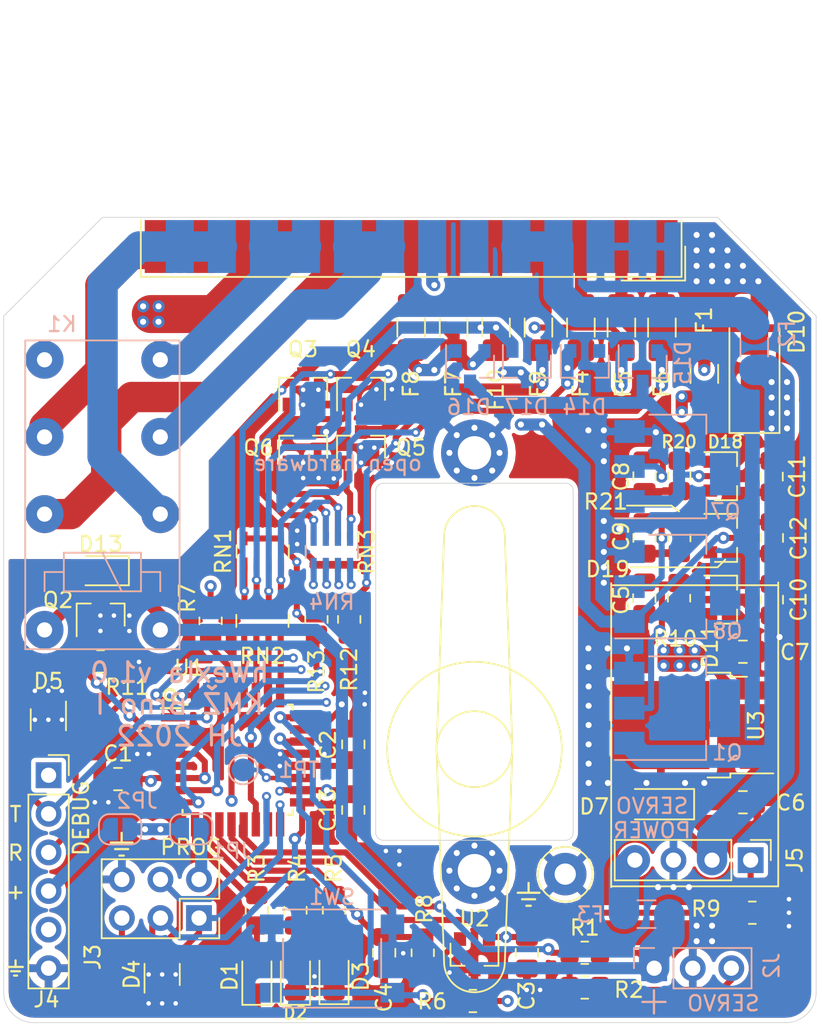
<source format=kicad_pcb>
(kicad_pcb (version 20171130) (host pcbnew 5.1.9+dfsg1-1)
  (layers (0 F.Cu mixed) (1 In1.Cu power) (2 In2.Cu mixed) (31 B.Cu mixed) (34 B.Paste user) (35 F.Paste user) (36 B.SilkS user) (37 F.SilkS user) (38 B.Mask user) (39 F.Mask user) (44 Edge.Cuts user))
  (net 0 "")
  (net 1 VCC)
  (net 2 GND)
  (net 3 MAG-SENSE)
  (net 4 "Net-(C5-Pad1)")
  (net 5 "Net-(C8-Pad1)")
  (net 6 "Net-(D2-Pad2)")
  (net 7 "Net-(D3-Pad2)")
  (net 8 TxD)
  (net 9 RxD)
  (net 10 /power/STEPIN)
  (net 11 "Net-(D14-Pad1)")
  (net 12 "Net-(F1-Pad2)")
  (net 13 +12V)
  (net 14 /power/STEPOUT)
  (net 15 /SLAVE)
  (net 16 /IN+)
  (net 17 /IN-)
  (net 18 /BTN+)
  (net 19 /BTN-)
  (net 20 /OUT+)
  (net 21 /OUT-)
  (net 22 /RELA-)
  (net 23 /RELA0)
  (net 24 /RELA+)
  (net 25 /RELB-)
  (net 26 /RELB0)
  (net 27 /RELB+)
  (net 28 "Net-(J4-Pad4)")
  (net 29 /BTN)
  (net 30 "Net-(R8-Pad2)")
  (net 31 "Net-(C6-Pad1)")
  (net 32 "Net-(C9-Pad1)")
  (net 33 "Net-(D1-Pad2)")
  (net 34 RESET)
  (net 35 SCK)
  (net 36 MOSI)
  (net 37 MISO)
  (net 38 "Net-(D13-Pad2)")
  (net 39 SERVO-VCC)
  (net 40 "Net-(D15-Pad2)")
  (net 41 "Net-(D15-Pad1)")
  (net 42 /L-BTN+IN)
  (net 43 /L-BTN-IN)
  (net 44 "Net-(D17-Pad2)")
  (net 45 "Net-(D17-Pad1)")
  (net 46 "Net-(J2-Pad3)")
  (net 47 /SERVO-POWER-EN)
  (net 48 /REL-CONTROL)
  (net 49 SERVO-PWM)
  (net 50 /LED-GR)
  (net 51 /LED-YEL)
  (net 52 /LED-RED)
  (net 53 /L-SLAVE)
  (net 54 /L-IN+)
  (net 55 /L-IN-)
  (net 56 "Net-(C2-Pad2)")
  (net 57 "Net-(J3-Pad2)")
  (net 58 "Net-(C11-Pad1)")
  (net 59 "Net-(C12-Pad2)")
  (net 60 "Net-(D16-Pad2)")
  (net 61 "Net-(D16-Pad1)")
  (net 62 /L-BTN+OUT)
  (net 63 /L-BTN-OUT)
  (net 64 /L-OUT+)
  (net 65 /L-OUT-)
  (net 66 "Net-(TP1-Pad1)")
  (net 67 "Net-(Q3-Pad1)")
  (net 68 "Net-(Q4-Pad1)")
  (net 69 "Net-(Q5-Pad1)")
  (net 70 "Net-(Q6-Pad1)")
  (module Connector_PinSocket_2.54mm:PinSocket_1x06_P2.54mm_Vertical (layer F.Cu) (at 155.59 90.774)
    (fp_text reference J4 (at -0.142 14.763) (layer F.SilkS))
    (fp_text value Conn_01x06)
    (pad 6 thru_hole oval (at 0 12.7) (size 1.7 1.7) (drill 1) (layers *.Cu *.Mask) (net 2 GND))
    (pad 5 thru_hole oval (at 0 10.16) (size 1.7 1.7) (drill 1) (layers *.Cu *.Mask))
    (pad 4 thru_hole oval (at 0 7.62) (size 1.7 1.7) (drill 1) (layers *.Cu *.Mask) (net 28 "Net-(J4-Pad4)"))
    (pad 3 thru_hole oval (at 0 5.08) (size 1.7 1.7) (drill 1) (layers *.Cu *.Mask) (net 9 RxD))
    (pad 2 thru_hole oval (at 0 2.54) (size 1.7 1.7) (drill 1) (layers *.Cu *.Mask) (net 8 TxD))
    (pad 1 thru_hole rect (at 0 0) (size 1.7 1.7) (drill 1) (layers *.Cu *.Mask))
  )
  (module Resistor_SMD:R_Array_Concave_4x0603 (layer B.Cu) (at 174.244 76.073 270)
    (fp_text reference RN4 (at 3.302 0) (layer B.SilkS) (effects (justify mirror)))
    (fp_text value 250R)
    (pad 5 smd rect (at 0.85 -1.2 270) (size 0.9 0.4) (layers B.Cu B.Paste B.Mask) (net 64 /L-OUT+))
    (pad 6 smd rect (at 0.85 -0.4 270) (size 0.9 0.4) (layers B.Cu B.Paste B.Mask) (net 65 /L-OUT-))
    (pad 7 smd rect (at 0.85 0.4 270) (size 0.9 0.4) (layers B.Cu B.Paste B.Mask) (net 63 /L-BTN-OUT))
    (pad 8 smd rect (at 0.85 1.2 270) (size 0.9 0.4) (layers B.Cu B.Paste B.Mask) (net 62 /L-BTN+OUT))
    (pad 4 smd rect (at -0.85 -1.2 270) (size 0.9 0.4) (layers B.Cu B.Paste B.Mask) (net 69 "Net-(Q5-Pad1)"))
    (pad 1 smd rect (at -0.85 1.2 270) (size 0.9 0.4) (layers B.Cu B.Paste B.Mask) (net 67 "Net-(Q3-Pad1)"))
    (pad 3 smd rect (at -0.85 -0.4 270) (size 0.9 0.4) (layers B.Cu B.Paste B.Mask) (net 70 "Net-(Q6-Pad1)"))
    (pad 2 smd rect (at -0.85 0.4 270) (size 0.9 0.4) (layers B.Cu B.Paste B.Mask) (net 68 "Net-(Q4-Pad1)"))
  )
  (module TestPoint:TestPoint_Loop_D3.50mm_Drill1.4mm_Beaded (layer F.Cu) (at 189.611 97.282)
    (fp_text reference TP2 hide)
    (fp_text value TestPoint)
    (pad 1 thru_hole circle (at 0 0) (size 2.8 2.8) (drill 1.4) (layers *.Cu *.Mask) (net 2 GND))
  )
  (module TestPoint:TestPoint_Pad_D1.5mm (layer B.Cu) (at 168.402 90.424)
    (fp_text reference TP1 (at 3.683 0 180) (layer B.SilkS) (effects (justify mirror)))
    (fp_text value TestPoint)
    (pad 1 smd circle (at 0 0) (size 1.5 1.5) (layers B.Cu B.Mask) (net 66 "Net-(TP1-Pad1)"))
  )
  (module Package_TO_SOT_SMD:SOT-363_SC-70-6 (layer F.Cu) (at 155.575 87.122 270)
    (fp_text reference D5 (at -2.54 0) (layer F.SilkS))
    (fp_text value SMF05)
    (pad 6 smd rect (at 0.95 -0.65 270) (size 0.65 0.4) (layers F.Cu F.Paste F.Mask) (net 9 RxD))
    (pad 4 smd rect (at 0.95 0.65 270) (size 0.65 0.4) (layers F.Cu F.Paste F.Mask) (net 8 TxD))
    (pad 2 smd rect (at -0.95 0 270) (size 0.65 0.4) (layers F.Cu F.Paste F.Mask) (net 2 GND))
    (pad 5 smd rect (at 0.95 0 270) (size 0.65 0.4) (layers F.Cu F.Paste F.Mask))
    (pad 3 smd rect (at -0.95 0.65 270) (size 0.65 0.4) (layers F.Cu F.Paste F.Mask))
    (pad 1 smd rect (at -0.95 -0.65 270) (size 0.65 0.4) (layers F.Cu F.Paste F.Mask))
  )
  (module Package_TO_SOT_SMD:SOT-363_SC-70-6 (layer F.Cu) (at 163.068 103.886 90)
    (fp_text reference D4 (at 0 -2 90) (layer F.SilkS))
    (fp_text value SMF05)
    (pad 6 smd rect (at 0.95 -0.65 90) (size 0.65 0.4) (layers F.Cu F.Paste F.Mask) (net 35 SCK))
    (pad 4 smd rect (at 0.95 0.65 90) (size 0.65 0.4) (layers F.Cu F.Paste F.Mask) (net 37 MISO))
    (pad 2 smd rect (at -0.95 0 90) (size 0.65 0.4) (layers F.Cu F.Paste F.Mask) (net 2 GND))
    (pad 5 smd rect (at 0.95 0 90) (size 0.65 0.4) (layers F.Cu F.Paste F.Mask) (net 36 MOSI))
    (pad 3 smd rect (at -0.95 0.65 90) (size 0.65 0.4) (layers F.Cu F.Paste F.Mask))
    (pad 1 smd rect (at -0.95 -0.65 90) (size 0.65 0.4) (layers F.Cu F.Paste F.Mask) (net 34 RESET))
  )
  (module Diode_SMD:D_SOT-23_ANK (layer F.Cu) (at 200.167 71.089)
    (fp_text reference D18 (at -0.015 -2.255) (layer F.SilkS) (effects (font (size 0.8 0.8))))
    (fp_text value BZX84C5V1)
    (pad 1 smd rect (at 1 0) (size 0.9 0.8) (layers F.Cu F.Paste F.Mask) (net 58 "Net-(C11-Pad1)"))
    (pad "" smd rect (at -1 0.95) (size 0.9 0.8) (layers F.Cu F.Paste F.Mask))
    (pad 2 smd rect (at -1 -0.95) (size 0.9 0.8) (layers F.Cu F.Paste F.Mask) (net 5 "Net-(C8-Pad1)"))
  )
  (module Capacitor_SMD:C_0805_2012Metric_Pad1.18x1.45mm_HandSolder (layer F.Cu) (at 175.656 93.06 90)
    (fp_text reference C13 (at 0 -1.68 90) (layer F.SilkS))
    (fp_text value 100n)
    (pad 2 smd roundrect (at 1.0375 0 90) (size 1.175 1.45) (layers F.Cu F.Paste F.Mask) (roundrect_rratio 0.212766) (net 1 VCC))
    (pad 1 smd roundrect (at -1.0375 0 90) (size 1.175 1.45) (layers F.Cu F.Paste F.Mask) (roundrect_rratio 0.212766) (net 2 GND))
  )
  (module Resistor_SMD:R_Array_Concave_4x0603 (layer F.Cu) (at 174.244 76.073 90)
    (fp_text reference RN3 (at 0 2.286 90) (layer F.SilkS))
    (fp_text value 10k)
    (pad 5 smd rect (at 0.85 1.2 90) (size 0.9 0.4) (layers F.Cu F.Paste F.Mask) (net 69 "Net-(Q5-Pad1)"))
    (pad 6 smd rect (at 0.85 0.4 90) (size 0.9 0.4) (layers F.Cu F.Paste F.Mask) (net 70 "Net-(Q6-Pad1)"))
    (pad 7 smd rect (at 0.85 -0.4 90) (size 0.9 0.4) (layers F.Cu F.Paste F.Mask) (net 68 "Net-(Q4-Pad1)"))
    (pad 8 smd rect (at 0.85 -1.2 90) (size 0.9 0.4) (layers F.Cu F.Paste F.Mask) (net 67 "Net-(Q3-Pad1)"))
    (pad 4 smd rect (at -0.85 1.2 90) (size 0.9 0.4) (layers F.Cu F.Paste F.Mask) (net 2 GND))
    (pad 1 smd rect (at -0.85 -1.2 90) (size 0.9 0.4) (layers F.Cu F.Paste F.Mask) (net 2 GND))
    (pad 3 smd rect (at -0.85 0.4 90) (size 0.9 0.4) (layers F.Cu F.Paste F.Mask) (net 2 GND))
    (pad 2 smd rect (at -0.85 -0.4 90) (size 0.9 0.4) (layers F.Cu F.Paste F.Mask) (net 2 GND))
  )
  (module Resistor_SMD:R_Array_Concave_4x0603 (layer F.Cu) (at 169.672 80.614 270)
    (fp_text reference RN2 (at 2.317 0 180) (layer F.SilkS))
    (fp_text value 2k2)
    (pad 5 smd rect (at 0.85 1.2 270) (size 0.9 0.4) (layers F.Cu F.Paste F.Mask) (net 42 /L-BTN+IN))
    (pad 6 smd rect (at 0.85 0.4 270) (size 0.9 0.4) (layers F.Cu F.Paste F.Mask) (net 43 /L-BTN-IN))
    (pad 7 smd rect (at 0.85 -0.4 270) (size 0.9 0.4) (layers F.Cu F.Paste F.Mask) (net 54 /L-IN+))
    (pad 8 smd rect (at 0.85 -1.2 270) (size 0.9 0.4) (layers F.Cu F.Paste F.Mask) (net 55 /L-IN-))
    (pad 4 smd rect (at -0.85 1.2 270) (size 0.9 0.4) (layers F.Cu F.Paste F.Mask) (net 60 "Net-(D16-Pad2)"))
    (pad 1 smd rect (at -0.85 -1.2 270) (size 0.9 0.4) (layers F.Cu F.Paste F.Mask) (net 40 "Net-(D15-Pad2)"))
    (pad 3 smd rect (at -0.85 0.4 270) (size 0.9 0.4) (layers F.Cu F.Paste F.Mask) (net 61 "Net-(D16-Pad1)"))
    (pad 2 smd rect (at -0.85 -0.4 270) (size 0.9 0.4) (layers F.Cu F.Paste F.Mask) (net 41 "Net-(D15-Pad1)"))
  )
  (module Resistor_SMD:R_Array_Concave_4x0603 (layer F.Cu) (at 169.687 76.042 90)
    (fp_text reference RN1 (at 0 -2.6 90) (layer F.SilkS))
    (fp_text value 10k)
    (pad 5 smd rect (at 0.85 1.2 90) (size 0.9 0.4) (layers F.Cu F.Paste F.Mask) (net 1 VCC))
    (pad 6 smd rect (at 0.85 0.4 90) (size 0.9 0.4) (layers F.Cu F.Paste F.Mask) (net 1 VCC))
    (pad 7 smd rect (at 0.85 -0.4 90) (size 0.9 0.4) (layers F.Cu F.Paste F.Mask) (net 1 VCC))
    (pad 8 smd rect (at 0.85 -1.2 90) (size 0.9 0.4) (layers F.Cu F.Paste F.Mask) (net 1 VCC))
    (pad 4 smd rect (at -0.85 1.2 90) (size 0.9 0.4) (layers F.Cu F.Paste F.Mask) (net 40 "Net-(D15-Pad2)"))
    (pad 1 smd rect (at -0.85 -1.2 90) (size 0.9 0.4) (layers F.Cu F.Paste F.Mask) (net 60 "Net-(D16-Pad2)"))
    (pad 3 smd rect (at -0.85 0.4 90) (size 0.9 0.4) (layers F.Cu F.Paste F.Mask) (net 41 "Net-(D15-Pad1)"))
    (pad 2 smd rect (at -0.85 -0.4 90) (size 0.9 0.4) (layers F.Cu F.Paste F.Mask) (net 61 "Net-(D16-Pad1)"))
  )
  (module Diode_SMD:D_SOD-123 (layer F.Cu) (at 195.849 92.679 180)
    (fp_text reference D7 (at 4.333 -0.158) (layer F.SilkS))
    (fp_text value 1N4007)
    (pad 2 smd rect (at 1.65 0 180) (size 0.9 1.2) (layers F.Cu F.Paste F.Mask) (net 10 /power/STEPIN))
    (pad 1 smd rect (at -1.65 0 180) (size 0.9 1.2) (layers F.Cu F.Paste F.Mask) (net 31 "Net-(C6-Pad1)"))
  )
  (module Capacitor_SMD:C_0805_2012Metric_Pad1.18x1.45mm_HandSolder (layer F.Cu) (at 203.215 75.153 90)
    (fp_text reference C12 (at -0.031 1.763 90) (layer F.SilkS))
    (fp_text value 100n)
    (pad 2 smd roundrect (at 1.0375 0 90) (size 1.175 1.45) (layers F.Cu F.Paste F.Mask) (roundrect_rratio 0.212766) (net 59 "Net-(C12-Pad2)"))
    (pad 1 smd roundrect (at -1.0375 0 90) (size 1.175 1.45) (layers F.Cu F.Paste F.Mask) (roundrect_rratio 0.212766) (net 2 GND))
  )
  (module Capacitor_SMD:C_0805_2012Metric_Pad1.18x1.45mm_HandSolder (layer F.Cu) (at 203.2 71.12 270)
    (fp_text reference C11 (at 0 -1.68 90) (layer F.SilkS))
    (fp_text value 100n)
    (pad 2 smd roundrect (at 1.0375 0 270) (size 1.175 1.45) (layers F.Cu F.Paste F.Mask) (roundrect_rratio 0.212766) (net 2 GND))
    (pad 1 smd roundrect (at -1.0375 0 270) (size 1.175 1.45) (layers F.Cu F.Paste F.Mask) (roundrect_rratio 0.212766) (net 58 "Net-(C11-Pad1)"))
  )
  (module Capacitor_SMD:C_0805_2012Metric_Pad1.18x1.45mm_HandSolder (layer F.Cu) (at 203.215 79.217 90)
    (fp_text reference C10 (at 0 1.763 90) (layer F.SilkS))
    (fp_text value 100n)
    (pad 2 smd roundrect (at 1.0375 0 90) (size 1.175 1.45) (layers F.Cu F.Paste F.Mask) (roundrect_rratio 0.212766) (net 2 GND))
    (pad 1 smd roundrect (at -1.0375 0 90) (size 1.175 1.45) (layers F.Cu F.Paste F.Mask) (roundrect_rratio 0.212766) (net 10 /power/STEPIN))
  )
  (module MountingHole:MountingHole_2.2mm_M2_Pad_Via (layer F.Cu) (at 183.634 69.556)
    (fp_text reference H2 hide)
    (fp_text value MountingHole_Pad)
    (pad 1 thru_hole circle (at 1.166726 -1.166726) (size 0.7 0.7) (drill 0.4) (layers *.Cu *.Mask) (net 2 GND))
    (pad 1 thru_hole circle (at 0 -1.65) (size 0.7 0.7) (drill 0.4) (layers *.Cu *.Mask) (net 2 GND))
    (pad 1 thru_hole circle (at -1.166726 -1.166726) (size 0.7 0.7) (drill 0.4) (layers *.Cu *.Mask) (net 2 GND))
    (pad 1 thru_hole circle (at -1.65 0) (size 0.7 0.7) (drill 0.4) (layers *.Cu *.Mask) (net 2 GND))
    (pad 1 thru_hole circle (at -1.166726 1.166726) (size 0.7 0.7) (drill 0.4) (layers *.Cu *.Mask) (net 2 GND))
    (pad 1 thru_hole circle (at 0 1.65) (size 0.7 0.7) (drill 0.4) (layers *.Cu *.Mask) (net 2 GND))
    (pad 1 thru_hole circle (at 1.166726 1.166726) (size 0.7 0.7) (drill 0.4) (layers *.Cu *.Mask) (net 2 GND))
    (pad 1 thru_hole circle (at 1.65 0) (size 0.7 0.7) (drill 0.4) (layers *.Cu *.Mask) (net 2 GND))
    (pad 1 thru_hole circle (at 0 0) (size 4.4 4.4) (drill 2.2) (layers *.Cu *.Mask) (net 2 GND))
  )
  (module MountingHole:MountingHole_2.2mm_M2_Pad_Via (layer F.Cu) (at 183.634 97.056)
    (fp_text reference H1 hide)
    (fp_text value MountingHole_Pad)
    (pad 1 thru_hole circle (at 1.166726 -1.166726) (size 0.7 0.7) (drill 0.4) (layers *.Cu *.Mask) (net 2 GND))
    (pad 1 thru_hole circle (at 0 -1.65) (size 0.7 0.7) (drill 0.4) (layers *.Cu *.Mask) (net 2 GND))
    (pad 1 thru_hole circle (at -1.166726 -1.166726) (size 0.7 0.7) (drill 0.4) (layers *.Cu *.Mask) (net 2 GND))
    (pad 1 thru_hole circle (at -1.65 0) (size 0.7 0.7) (drill 0.4) (layers *.Cu *.Mask) (net 2 GND))
    (pad 1 thru_hole circle (at -1.166726 1.166726) (size 0.7 0.7) (drill 0.4) (layers *.Cu *.Mask) (net 2 GND))
    (pad 1 thru_hole circle (at 0 1.65) (size 0.7 0.7) (drill 0.4) (layers *.Cu *.Mask) (net 2 GND))
    (pad 1 thru_hole circle (at 1.166726 1.166726) (size 0.7 0.7) (drill 0.4) (layers *.Cu *.Mask) (net 2 GND))
    (pad 1 thru_hole circle (at 1.65 0) (size 0.7 0.7) (drill 0.4) (layers *.Cu *.Mask) (net 2 GND))
    (pad 1 thru_hole circle (at 0 0) (size 4.4 4.4) (drill 2.2) (layers *.Cu *.Mask) (net 2 GND))
  )
  (module Package_TO_SOT_SMD:TO-252-2 (layer F.Cu) (at 198.008 87.472 180)
    (fp_text reference U3 (at -4.176 -0.031 90) (layer F.SilkS))
    (fp_text value KA78M05_TO252)
    (pad 2 smd rect (at 2.1 0 180) (size 6.4 5.8) (layers F.Cu F.Mask) (net 2 GND))
    (pad 3 smd rect (at -4.2 2.28 180) (size 2.2 1.2) (layers F.Cu F.Paste F.Mask) (net 1 VCC))
    (pad 1 smd rect (at -4.2 -2.28 180) (size 2.2 1.2) (layers F.Cu F.Paste F.Mask) (net 31 "Net-(C6-Pad1)"))
  )
  (module Connector_PinSocket_2.54mm:PinSocket_2x03_P2.54mm_Vertical (layer F.Cu) (at 165.496 100.172 270)
    (fp_text reference J3 (at 2.571 7 270) (layer F.SilkS))
    (fp_text value AVR-ISP-6)
    (pad 6 thru_hole oval (at -2.54 5.08 270) (size 1.7 1.7) (drill 1) (layers *.Cu *.Mask) (net 2 GND))
    (pad 5 thru_hole oval (at 0 5.08 270) (size 1.7 1.7) (drill 1) (layers *.Cu *.Mask) (net 34 RESET))
    (pad 4 thru_hole oval (at -2.54 2.54 270) (size 1.7 1.7) (drill 1) (layers *.Cu *.Mask) (net 36 MOSI))
    (pad 3 thru_hole oval (at 0 2.54 270) (size 1.7 1.7) (drill 1) (layers *.Cu *.Mask) (net 35 SCK))
    (pad 2 thru_hole oval (at -2.54 0 270) (size 1.7 1.7) (drill 1) (layers *.Cu *.Mask) (net 57 "Net-(J3-Pad2)"))
    (pad 1 thru_hole rect (at 0 0 270) (size 1.7 1.7) (drill 1) (layers *.Cu *.Mask) (net 37 MISO))
  )
  (module Capacitor_SMD:C_0805_2012Metric_Pad1.18x1.45mm_HandSolder (layer F.Cu) (at 175.656 88.742 270)
    (fp_text reference C2 (at 0.031 1.666 90) (layer F.SilkS))
    (fp_text value 100n)
    (pad 2 smd roundrect (at 1.0375 0 270) (size 1.175 1.45) (layers F.Cu F.Paste F.Mask) (roundrect_rratio 0.212766) (net 56 "Net-(C2-Pad2)"))
    (pad 1 smd roundrect (at -1.0375 0 270) (size 1.175 1.45) (layers F.Cu F.Paste F.Mask) (roundrect_rratio 0.212766) (net 2 GND))
  )
  (module Package_QFP:TQFP-32_7x7mm_P0.8mm (layer F.Cu) (at 168.036 89.758)
    (fp_text reference U1 (at -3.19 -6.05) (layer F.SilkS))
    (fp_text value ATmega8A-AU)
    (pad 32 smd rect (at -2.8 -4.25 90) (size 1.6 0.55) (layers F.Cu F.Paste F.Mask) (net 63 /L-BTN-OUT))
    (pad 31 smd rect (at -2 -4.25 90) (size 1.6 0.55) (layers F.Cu F.Paste F.Mask) (net 8 TxD))
    (pad 30 smd rect (at -1.2 -4.25 90) (size 1.6 0.55) (layers F.Cu F.Paste F.Mask) (net 9 RxD))
    (pad 29 smd rect (at -0.4 -4.25 90) (size 1.6 0.55) (layers F.Cu F.Paste F.Mask) (net 34 RESET))
    (pad 28 smd rect (at 0.4 -4.25 90) (size 1.6 0.55) (layers F.Cu F.Paste F.Mask) (net 42 /L-BTN+IN))
    (pad 27 smd rect (at 1.2 -4.25 90) (size 1.6 0.55) (layers F.Cu F.Paste F.Mask) (net 43 /L-BTN-IN))
    (pad 26 smd rect (at 2 -4.25 90) (size 1.6 0.55) (layers F.Cu F.Paste F.Mask) (net 54 /L-IN+))
    (pad 25 smd rect (at 2.8 -4.25 90) (size 1.6 0.55) (layers F.Cu F.Paste F.Mask) (net 55 /L-IN-))
    (pad 24 smd rect (at 4.25 -2.8) (size 1.6 0.55) (layers F.Cu F.Paste F.Mask) (net 29 /BTN))
    (pad 23 smd rect (at 4.25 -2) (size 1.6 0.55) (layers F.Cu F.Paste F.Mask) (net 39 SERVO-VCC))
    (pad 22 smd rect (at 4.25 -1.2) (size 1.6 0.55) (layers F.Cu F.Paste F.Mask) (net 3 MAG-SENSE))
    (pad 21 smd rect (at 4.25 -0.4) (size 1.6 0.55) (layers F.Cu F.Paste F.Mask) (net 2 GND))
    (pad 20 smd rect (at 4.25 0.4) (size 1.6 0.55) (layers F.Cu F.Paste F.Mask) (net 56 "Net-(C2-Pad2)"))
    (pad 19 smd rect (at 4.25 1.2) (size 1.6 0.55) (layers F.Cu F.Paste F.Mask) (net 66 "Net-(TP1-Pad1)"))
    (pad 18 smd rect (at 4.25 2) (size 1.6 0.55) (layers F.Cu F.Paste F.Mask) (net 1 VCC))
    (pad 17 smd rect (at 4.25 2.8) (size 1.6 0.55) (layers F.Cu F.Paste F.Mask) (net 35 SCK))
    (pad 16 smd rect (at 2.8 4.25 90) (size 1.6 0.55) (layers F.Cu F.Paste F.Mask) (net 37 MISO))
    (pad 15 smd rect (at 2 4.25 90) (size 1.6 0.55) (layers F.Cu F.Paste F.Mask) (net 36 MOSI))
    (pad 14 smd rect (at 1.2 4.25 90) (size 1.6 0.55) (layers F.Cu F.Paste F.Mask) (net 64 /L-OUT+))
    (pad 13 smd rect (at 0.4 4.25 90) (size 1.6 0.55) (layers F.Cu F.Paste F.Mask) (net 49 SERVO-PWM))
    (pad 12 smd rect (at -0.4 4.25 90) (size 1.6 0.55) (layers F.Cu F.Paste F.Mask) (net 47 /SERVO-POWER-EN))
    (pad 11 smd rect (at -1.2 4.25 90) (size 1.6 0.55) (layers F.Cu F.Paste F.Mask) (net 52 /LED-RED))
    (pad 10 smd rect (at -2 4.25 90) (size 1.6 0.55) (layers F.Cu F.Paste F.Mask) (net 51 /LED-YEL))
    (pad 9 smd rect (at -2.8 4.25 90) (size 1.6 0.55) (layers F.Cu F.Paste F.Mask) (net 50 /LED-GR))
    (pad 8 smd rect (at -4.25 2.8) (size 1.6 0.55) (layers F.Cu F.Paste F.Mask) (net 53 /L-SLAVE))
    (pad 7 smd rect (at -4.25 2) (size 1.6 0.55) (layers F.Cu F.Paste F.Mask) (net 65 /L-OUT-))
    (pad 6 smd rect (at -4.25 1.2) (size 1.6 0.55) (layers F.Cu F.Paste F.Mask) (net 1 VCC))
    (pad 5 smd rect (at -4.25 0.4) (size 1.6 0.55) (layers F.Cu F.Paste F.Mask) (net 2 GND))
    (pad 4 smd rect (at -4.25 -0.4) (size 1.6 0.55) (layers F.Cu F.Paste F.Mask) (net 1 VCC))
    (pad 3 smd rect (at -4.25 -1.2) (size 1.6 0.55) (layers F.Cu F.Paste F.Mask) (net 2 GND))
    (pad 2 smd rect (at -4.25 -2) (size 1.6 0.55) (layers F.Cu F.Paste F.Mask) (net 48 /REL-CONTROL))
    (pad 1 smd rect (at -4.25 -2.8) (size 1.6 0.55) (layers F.Cu F.Paste F.Mask) (net 62 /L-BTN+OUT))
  )
  (module Package_TO_SOT_SMD:SOT-23 (layer F.Cu) (at 183.634 102.556 270)
    (fp_text reference U2 (at -2.353 -0.008 180) (layer F.SilkS))
    (fp_text value RR112-1)
    (pad 3 smd rect (at 1 0 270) (size 0.9 0.8) (layers F.Cu F.Paste F.Mask) (net 2 GND))
    (pad 2 smd rect (at -1 0.95 270) (size 0.9 0.8) (layers F.Cu F.Paste F.Mask) (net 30 "Net-(R8-Pad2)"))
    (pad 1 smd rect (at -1 -0.95 270) (size 0.9 0.8) (layers F.Cu F.Paste F.Mask) (net 1 VCC))
  )
  (module Button_Switch_SMD:SW_Push_1P1T_NO_6x6mm_H9.5mm (layer B.Cu) (at 174.259 102.839 180)
    (fp_text reference SW1 (at 0 4.05) (layer B.SilkS) (effects (justify mirror)))
    (fp_text value SW_Push)
    (pad 2 smd rect (at 3.975 -2.25 180) (size 1.55 1.3) (layers B.Cu B.Paste B.Mask) (net 29 /BTN))
    (pad 1 smd rect (at 3.975 2.25 180) (size 1.55 1.3) (layers B.Cu B.Paste B.Mask) (net 2 GND))
    (pad 1 smd rect (at -3.975 2.25 180) (size 1.55 1.3) (layers B.Cu B.Paste B.Mask) (net 2 GND))
    (pad 2 smd rect (at -3.975 -2.25 180) (size 1.55 1.3) (layers B.Cu B.Paste B.Mask) (net 29 /BTN))
  )
  (module Resistor_SMD:R_0805_2012Metric_Pad1.20x1.40mm_HandSolder (layer F.Cu) (at 197.119 75.153 90)
    (fp_text reference R21 (at 2.382 -4.841 180) (layer F.SilkS))
    (fp_text value 2k2)
    (pad 2 smd roundrect (at 1 0 90) (size 1.2 1.4) (layers F.Cu F.Paste F.Mask) (roundrect_rratio 0.208333) (net 32 "Net-(C9-Pad1)"))
    (pad 1 smd roundrect (at -1 0 90) (size 1.2 1.4) (layers F.Cu F.Paste F.Mask) (roundrect_rratio 0.208333) (net 2 GND))
  )
  (module Resistor_SMD:R_0805_2012Metric_Pad1.20x1.40mm_HandSolder (layer F.Cu) (at 197.119 71.073 90)
    (fp_text reference R20 (at 2.239 -0.015 180) (layer F.SilkS) (effects (font (size 0.8 0.8))))
    (fp_text value 2k2)
    (pad 1 smd roundrect (at -1 0 90) (size 1.2 1.4) (layers F.Cu F.Paste F.Mask) (roundrect_rratio 0.208333) (net 2 GND))
    (pad 2 smd roundrect (at 1 0 90) (size 1.2 1.4) (layers F.Cu F.Paste F.Mask) (roundrect_rratio 0.208333) (net 5 "Net-(C8-Pad1)"))
  )
  (module Resistor_SMD:R_0805_2012Metric_Pad1.20x1.40mm_HandSolder (layer F.Cu) (at 173.228 80.518 90)
    (fp_text reference R13 (at -3.429 0 270) (layer F.SilkS))
    (fp_text value 2k2)
    (pad 2 smd roundrect (at 1 0 90) (size 1.2 1.4) (layers F.Cu F.Paste F.Mask) (roundrect_rratio 0.208333) (net 11 "Net-(D14-Pad1)"))
    (pad 1 smd roundrect (at -1 0 90) (size 1.2 1.4) (layers F.Cu F.Paste F.Mask) (roundrect_rratio 0.208333) (net 53 /L-SLAVE))
  )
  (module Resistor_SMD:R_0805_2012Metric_Pad1.20x1.40mm_HandSolder (layer F.Cu) (at 175.387 80.518 90)
    (fp_text reference R12 (at -3.302 0 90) (layer F.SilkS))
    (fp_text value 10k)
    (pad 2 smd roundrect (at 1 0 90) (size 1.2 1.4) (layers F.Cu F.Paste F.Mask) (roundrect_rratio 0.208333) (net 11 "Net-(D14-Pad1)"))
    (pad 1 smd roundrect (at -1 0 90) (size 1.2 1.4) (layers F.Cu F.Paste F.Mask) (roundrect_rratio 0.208333) (net 1 VCC))
  )
  (module Resistor_SMD:R_0805_2012Metric_Pad1.20x1.40mm_HandSolder (layer F.Cu) (at 159.019 83.281)
    (fp_text reference R11 (at 1.763 1.682) (layer F.SilkS))
    (fp_text value 10k)
    (pad 2 smd roundrect (at 1 0) (size 1.2 1.4) (layers F.Cu F.Paste F.Mask) (roundrect_rratio 0.208333) (net 2 GND))
    (pad 1 smd roundrect (at -1 0) (size 1.2 1.4) (layers F.Cu F.Paste F.Mask) (roundrect_rratio 0.208333) (net 48 /REL-CONTROL))
  )
  (module Resistor_SMD:R_0805_2012Metric_Pad1.20x1.40mm_HandSolder (layer F.Cu) (at 197.104 79.121 90)
    (fp_text reference R10 (at -2.667 -0.254 180) (layer F.SilkS))
    (fp_text value 2k2)
    (pad 2 smd roundrect (at 1 0 90) (size 1.2 1.4) (layers F.Cu F.Paste F.Mask) (roundrect_rratio 0.208333) (net 4 "Net-(C5-Pad1)"))
    (pad 1 smd roundrect (at -1 0 90) (size 1.2 1.4) (layers F.Cu F.Paste F.Mask) (roundrect_rratio 0.208333) (net 2 GND))
  )
  (module Resistor_SMD:R_0805_2012Metric_Pad1.20x1.40mm_HandSolder (layer F.Cu) (at 201.93 99.822)
    (fp_text reference R9 (at -3.048 -0.254) (layer F.SilkS))
    (fp_text value 10k)
    (pad 2 smd roundrect (at 1 0) (size 1.2 1.4) (layers F.Cu F.Paste F.Mask) (roundrect_rratio 0.208333) (net 2 GND))
    (pad 1 smd roundrect (at -1 0) (size 1.2 1.4) (layers F.Cu F.Paste F.Mask) (roundrect_rratio 0.208333) (net 47 /SERVO-POWER-EN))
  )
  (module Resistor_SMD:R_0805_2012Metric_Pad1.20x1.40mm_HandSolder (layer F.Cu) (at 180.228 102.458 270)
    (fp_text reference R8 (at -2.89 -0.112 90) (layer F.SilkS))
    (fp_text value 47k)
    (pad 2 smd roundrect (at 1 0 270) (size 1.2 1.4) (layers F.Cu F.Paste F.Mask) (roundrect_rratio 0.208333) (net 30 "Net-(R8-Pad2)"))
    (pad 1 smd roundrect (at -1 0 270) (size 1.2 1.4) (layers F.Cu F.Paste F.Mask) (roundrect_rratio 0.208333) (net 3 MAG-SENSE))
  )
  (module Resistor_SMD:R_0805_2012Metric_Pad1.20x1.40mm_HandSolder (layer F.Cu) (at 183.53 105.633 180)
    (fp_text reference R6 (at 2.682 -0.031) (layer F.SilkS))
    (fp_text value 10k)
    (pad 2 smd roundrect (at 1 0 180) (size 1.2 1.4) (layers F.Cu F.Paste F.Mask) (roundrect_rratio 0.208333) (net 29 /BTN))
    (pad 1 smd roundrect (at -1 0 180) (size 1.2 1.4) (layers F.Cu F.Paste F.Mask) (roundrect_rratio 0.208333) (net 1 VCC))
  )
  (module Resistor_SMD:R_0805_2012Metric_Pad1.20x1.40mm_HandSolder (layer F.Cu) (at 169.306 99.664 270)
    (fp_text reference R3 (at -2.763 0.015 90) (layer F.SilkS))
    (fp_text value 1k)
    (pad 2 smd roundrect (at 1 0 270) (size 1.2 1.4) (layers F.Cu F.Paste F.Mask) (roundrect_rratio 0.208333) (net 33 "Net-(D1-Pad2)"))
    (pad 1 smd roundrect (at -1 0 270) (size 1.2 1.4) (layers F.Cu F.Paste F.Mask) (roundrect_rratio 0.208333) (net 50 /LED-GR))
  )
  (module Resistor_SMD:R_0805_2012Metric_Pad1.20x1.40mm_HandSolder (layer F.Cu) (at 171.846 99.664 270)
    (fp_text reference R4 (at -2.763 -0.112 90) (layer F.SilkS))
    (fp_text value 1k)
    (pad 2 smd roundrect (at 1 0 270) (size 1.2 1.4) (layers F.Cu F.Paste F.Mask) (roundrect_rratio 0.208333) (net 6 "Net-(D2-Pad2)"))
    (pad 1 smd roundrect (at -1 0 270) (size 1.2 1.4) (layers F.Cu F.Paste F.Mask) (roundrect_rratio 0.208333) (net 51 /LED-YEL))
  )
  (module Resistor_SMD:R_0805_2012Metric_Pad1.20x1.40mm_HandSolder (layer F.Cu) (at 174.386 99.664 270)
    (fp_text reference R5 (at -2.763 0.015 90) (layer F.SilkS))
    (fp_text value 1k)
    (pad 2 smd roundrect (at 1 0 270) (size 1.2 1.4) (layers F.Cu F.Paste F.Mask) (roundrect_rratio 0.208333) (net 7 "Net-(D3-Pad2)"))
    (pad 1 smd roundrect (at -1 0 270) (size 1.2 1.4) (layers F.Cu F.Paste F.Mask) (roundrect_rratio 0.208333) (net 52 /LED-RED))
  )
  (module Resistor_SMD:R_0805_2012Metric_Pad1.20x1.40mm_HandSolder (layer F.Cu) (at 166.258 80.614 270)
    (fp_text reference R7 (at -1.493 1.539 90) (layer F.SilkS))
    (fp_text value 10k)
    (pad 2 smd roundrect (at 1 0 270) (size 1.2 1.4) (layers F.Cu F.Paste F.Mask) (roundrect_rratio 0.208333) (net 34 RESET))
    (pad 1 smd roundrect (at -1 0 270) (size 1.2 1.4) (layers F.Cu F.Paste F.Mask) (roundrect_rratio 0.208333) (net 1 VCC))
  )
  (module Resistor_SMD:R_0805_2012Metric_Pad1.20x1.40mm_HandSolder (layer F.Cu) (at 190.896 104.744 180)
    (fp_text reference R2 (at -2.906 -0.158) (layer F.SilkS))
    (fp_text value 1k)
    (pad 2 smd roundrect (at 1 0 180) (size 1.2 1.4) (layers F.Cu F.Paste F.Mask) (roundrect_rratio 0.208333) (net 49 SERVO-PWM))
    (pad 1 smd roundrect (at -1 0 180) (size 1.2 1.4) (layers F.Cu F.Paste F.Mask) (roundrect_rratio 0.208333) (net 46 "Net-(J2-Pad3)"))
  )
  (module Resistor_SMD:R_0805_2012Metric_Pad1.20x1.40mm_HandSolder (layer F.Cu) (at 190.896 102.458)
    (fp_text reference R1 (at 0 -1.65 180) (layer F.SilkS))
    (fp_text value 10k)
    (pad 2 smd roundrect (at 1 0) (size 1.2 1.4) (layers F.Cu F.Paste F.Mask) (roundrect_rratio 0.208333) (net 39 SERVO-VCC))
    (pad 1 smd roundrect (at -1 0) (size 1.2 1.4) (layers F.Cu F.Paste F.Mask) (roundrect_rratio 0.208333) (net 49 SERVO-PWM))
  )
  (module Package_TO_SOT_SMD:SOT-223 (layer B.Cu) (at 196.992 78.359)
    (fp_text reference Q8 (at 3.287 2.921) (layer B.SilkS) (effects (justify mirror)))
    (fp_text value BT148)
    (pad 1 smd rect (at -3.15 2.3) (size 2 1.5) (layers B.Cu B.Paste B.Mask) (net 59 "Net-(C12-Pad2)"))
    (pad 3 smd rect (at -3.15 -2.3) (size 2 1.5) (layers B.Cu B.Paste B.Mask) (net 2 GND))
    (pad 2 smd rect (at -3.15 0) (size 2 1.5) (layers B.Cu B.Paste B.Mask) (net 32 "Net-(C9-Pad1)"))
    (pad 4 smd rect (at 3.15 0) (size 2 3.8) (layers B.Cu B.Paste B.Mask))
  )
  (module Package_TO_SOT_SMD:SOT-223 (layer B.Cu) (at 196.992 70.454)
    (fp_text reference Q7 (at 3.16 2.952) (layer B.SilkS) (effects (justify mirror)))
    (fp_text value BT148)
    (pad 1 smd rect (at -3.15 2.3) (size 2 1.5) (layers B.Cu B.Paste B.Mask) (net 58 "Net-(C11-Pad1)"))
    (pad 3 smd rect (at -3.15 -2.3) (size 2 1.5) (layers B.Cu B.Paste B.Mask) (net 2 GND))
    (pad 2 smd rect (at -3.15 0) (size 2 1.5) (layers B.Cu B.Paste B.Mask) (net 5 "Net-(C8-Pad1)"))
    (pad 4 smd rect (at 3.15 0) (size 2 3.8) (layers B.Cu B.Paste B.Mask))
  )
  (module Package_TO_SOT_SMD:SOT-23 (layer F.Cu) (at 172.354 69.184 90)
    (fp_text reference Q6 (at -0.031 -2.936 180) (layer F.SilkS))
    (fp_text value 2N7002)
    (pad 3 smd rect (at 1 0 90) (size 0.9 0.8) (layers F.Cu F.Paste F.Mask) (net 45 "Net-(D17-Pad1)"))
    (pad 2 smd rect (at -1 0.95 90) (size 0.9 0.8) (layers F.Cu F.Paste F.Mask) (net 2 GND))
    (pad 1 smd rect (at -1 -0.95 90) (size 0.9 0.8) (layers F.Cu F.Paste F.Mask) (net 70 "Net-(Q6-Pad1)"))
  )
  (module Package_TO_SOT_SMD:SOT-23 (layer F.Cu) (at 176.164 69.184 90)
    (fp_text reference Q5 (at -0.031 3.287 180) (layer F.SilkS))
    (fp_text value 2N7002)
    (pad 3 smd rect (at 1 0 90) (size 0.9 0.8) (layers F.Cu F.Paste F.Mask) (net 44 "Net-(D17-Pad2)"))
    (pad 2 smd rect (at -1 0.95 90) (size 0.9 0.8) (layers F.Cu F.Paste F.Mask) (net 2 GND))
    (pad 1 smd rect (at -1 -0.95 90) (size 0.9 0.8) (layers F.Cu F.Paste F.Mask) (net 69 "Net-(Q5-Pad1)"))
  )
  (module Package_TO_SOT_SMD:SOT-23 (layer F.Cu) (at 176.164 65.374 90)
    (fp_text reference Q4 (at 2.636 -0.015 180) (layer F.SilkS))
    (fp_text value 2N7002)
    (pad 3 smd rect (at 1 0 90) (size 0.9 0.8) (layers F.Cu F.Paste F.Mask) (net 61 "Net-(D16-Pad1)"))
    (pad 2 smd rect (at -1 0.95 90) (size 0.9 0.8) (layers F.Cu F.Paste F.Mask) (net 2 GND))
    (pad 1 smd rect (at -1 -0.95 90) (size 0.9 0.8) (layers F.Cu F.Paste F.Mask) (net 68 "Net-(Q4-Pad1)"))
  )
  (module Package_TO_SOT_SMD:SOT-23 (layer F.Cu) (at 172.354 65.374 90)
    (fp_text reference Q3 (at 2.636 -0.015 180) (layer F.SilkS))
    (fp_text value 2N7002)
    (pad 3 smd rect (at 1 0 90) (size 0.9 0.8) (layers F.Cu F.Paste F.Mask) (net 60 "Net-(D16-Pad2)"))
    (pad 2 smd rect (at -1 0.95 90) (size 0.9 0.8) (layers F.Cu F.Paste F.Mask) (net 2 GND))
    (pad 1 smd rect (at -1 -0.95 90) (size 0.9 0.8) (layers F.Cu F.Paste F.Mask) (net 67 "Net-(Q3-Pad1)"))
  )
  (module Package_TO_SOT_SMD:SOT-23 (layer F.Cu) (at 159.019 80.233 90)
    (fp_text reference Q2 (at 0.985 -2.809 180) (layer F.SilkS))
    (fp_text value 2N7002)
    (pad 3 smd rect (at 1 0 90) (size 0.9 0.8) (layers F.Cu F.Paste F.Mask) (net 38 "Net-(D13-Pad2)"))
    (pad 2 smd rect (at -1 0.95 90) (size 0.9 0.8) (layers F.Cu F.Paste F.Mask) (net 2 GND))
    (pad 1 smd rect (at -1 -0.95 90) (size 0.9 0.8) (layers F.Cu F.Paste F.Mask) (net 48 /REL-CONTROL))
  )
  (module Package_TO_SOT_SMD:SOT-223 (layer B.Cu) (at 196.977 86.36)
    (fp_text reference Q1 (at 3.302 2.921) (layer B.SilkS) (effects (justify mirror)))
    (fp_text value BT148)
    (pad 1 smd rect (at -3.15 2.3) (size 2 1.5) (layers B.Cu B.Paste B.Mask) (net 10 /power/STEPIN))
    (pad 3 smd rect (at -3.15 -2.3) (size 2 1.5) (layers B.Cu B.Paste B.Mask) (net 2 GND))
    (pad 2 smd rect (at -3.15 0) (size 2 1.5) (layers B.Cu B.Paste B.Mask) (net 4 "Net-(C5-Pad1)"))
    (pad 4 smd rect (at 3.15 0) (size 2 3.8) (layers B.Cu B.Paste B.Mask))
  )
  (module hwexla:HFD2 (layer B.Cu) (at 159.134 71.556 90)
    (fp_text reference K1 (at 10.469 -2.67) (layer B.SilkS) (effects (justify mirror)))
    (fp_text value HFD2/005)
    (pad 8 thru_hole circle (at 3.048 3.81 90) (size 2.5 2.5) (drill 1) (layers *.Cu *.Mask) (net 24 /RELA+))
    (pad 3 thru_hole circle (at -2.032 -3.81 90) (size 2.5 2.5) (drill 1) (layers *.Cu *.Mask) (net 25 /RELB-))
    (pad 5 thru_hole circle (at 3.048 -3.81 90) (size 2.5 2.5) (drill 1) (layers *.Cu *.Mask) (net 27 /RELB+))
    (pad 12 thru_hole circle (at -9.652 -3.81 90) (size 2.5 2.5) (drill 1) (layers *.Cu *.Mask) (net 38 "Net-(D13-Pad2)"))
    (pad 9 thru_hole circle (at 8.128 3.81 90) (size 2.5 2.5) (drill 1) (layers *.Cu *.Mask) (net 23 /RELA0))
    (pad 1 thru_hole circle (at -9.652 3.81 90) (size 2.5 2.5) (drill 1) (layers *.Cu *.Mask) (net 39 SERVO-VCC))
    (pad 10 thru_hole circle (at -2.032 3.81 90) (size 2.5 2.5) (drill 1) (layers *.Cu *.Mask) (net 22 /RELA-))
    (pad 4 thru_hole circle (at 8.128 -3.81 90) (size 2.5 2.5) (drill 1) (layers *.Cu *.Mask) (net 26 /RELB0))
  )
  (module Jumper:SolderJumper-2_P1.3mm_Open_RoundedPad1.0x1.5mm (layer B.Cu) (at 160.304 94.33 180)
    (fp_text reference JP2 (at -1.113 1.874 180) (layer B.SilkS) (effects (justify mirror)))
    (fp_text value SolderJumper_2_Open)
    (pad 2 smd custom (at 0.65 0 180) (size 1 0.5) (layers B.Cu B.Mask) (net 28 "Net-(J4-Pad4)") (options (clearance outline) (anchor rect)) (primitives (gr_circle (center 0 -0.25) (end 0.5 -0.25) (width 0)) (gr_circle (center 0 0.25) (end 0.5 0.25) (width 0)) (gr_poly (pts (xy 0 0.75) (xy -0.5 0.75) (xy -0.5 -0.75) (xy 0 -0.75)) (width 0))))
    (pad 1 smd custom (at -0.65 0 180) (size 1 0.5) (layers B.Cu B.Mask) (net 1 VCC) (options (clearance outline) (anchor rect)) (primitives (gr_circle (center 0 -0.25) (end 0.5 -0.25) (width 0)) (gr_circle (center 0 0.25) (end 0.5 0.25) (width 0)) (gr_poly (pts (xy 0 0.75) (xy 0.5 0.75) (xy 0.5 -0.75) (xy 0 -0.75)) (width 0))))
  )
  (module Jumper:SolderJumper-2_P1.3mm_Open_RoundedPad1.0x1.5mm (layer B.Cu) (at 164.988 94.33 180)
    (fp_text reference JP1 (at -2.652 -1.428 180) (layer B.SilkS) (effects (justify mirror)))
    (fp_text value SolderJumper_2_Open)
    (pad 2 smd custom (at 0.65 0 180) (size 1 0.5) (layers B.Cu B.Mask) (net 1 VCC) (options (clearance outline) (anchor rect)) (primitives (gr_circle (center 0 -0.25) (end 0.5 -0.25) (width 0)) (gr_circle (center 0 0.25) (end 0.5 0.25) (width 0)) (gr_poly (pts (xy 0 0.75) (xy -0.5 0.75) (xy -0.5 -0.75) (xy 0 -0.75)) (width 0))))
    (pad 1 smd custom (at -0.65 0 180) (size 1 0.5) (layers B.Cu B.Mask) (net 57 "Net-(J3-Pad2)") (options (clearance outline) (anchor rect)) (primitives (gr_circle (center 0 -0.25) (end 0.5 -0.25) (width 0)) (gr_circle (center 0 0.25) (end 0.5 0.25) (width 0)) (gr_poly (pts (xy 0 0.75) (xy 0.5 0.75) (xy 0.5 -0.75) (xy 0 -0.75)) (width 0))))
  )
  (module Connector_PinHeader_2.54mm:PinHeader_1x04_P2.54mm_Vertical (layer F.Cu) (at 201.818 96.362 270)
    (fp_text reference J5 (at 0 -2.906 90) (layer F.SilkS))
    (fp_text value Conn_01x04)
    (pad 4 thru_hole oval (at 0 7.62 270) (size 1.7 1.7) (drill 1) (layers *.Cu *.Mask) (net 14 /power/STEPOUT))
    (pad 3 thru_hole oval (at 0 5.08 270) (size 1.7 1.7) (drill 1) (layers *.Cu *.Mask) (net 2 GND))
    (pad 2 thru_hole oval (at 0 2.54 270) (size 1.7 1.7) (drill 1) (layers *.Cu *.Mask) (net 10 /power/STEPIN))
    (pad 1 thru_hole rect (at 0 0 270) (size 1.7 1.7) (drill 1) (layers *.Cu *.Mask) (net 47 /SERVO-POWER-EN))
  )
  (module Connector_Dsub:DSUB-25_Male_EdgeMount_P2.77mm (layer F.Cu) (at 179.466 55.976 180)
    (fp_text reference J1 hide)
    (fp_text value DB25_Male)
    (pad 25 smd rect (at 15.235 0 180) (size 1.846667 3.48) (layers B.Cu B.Paste B.Mask) (net 22 /RELA-))
    (pad 24 smd rect (at 12.465 0 180) (size 1.846667 3.48) (layers B.Cu B.Paste B.Mask) (net 22 /RELA-))
    (pad 23 smd rect (at 9.695 0 180) (size 1.846667 3.48) (layers B.Cu B.Paste B.Mask) (net 23 /RELA0))
    (pad 22 smd rect (at 6.925 0 180) (size 1.846667 3.48) (layers B.Cu B.Paste B.Mask) (net 23 /RELA0))
    (pad 21 smd rect (at 4.155 0 180) (size 1.846667 3.48) (layers B.Cu B.Paste B.Mask) (net 24 /RELA+))
    (pad 20 smd rect (at 1.385 0 180) (size 1.846667 3.48) (layers B.Cu B.Paste B.Mask) (net 24 /RELA+))
    (pad 19 smd rect (at -1.385 0 180) (size 1.846667 3.48) (layers B.Cu B.Paste B.Mask) (net 12 "Net-(F1-Pad2)"))
    (pad 18 smd rect (at -4.155 0 180) (size 1.846667 3.48) (layers B.Cu B.Paste B.Mask))
    (pad 17 smd rect (at -6.925 0 180) (size 1.846667 3.48) (layers B.Cu B.Paste B.Mask) (net 13 +12V))
    (pad 16 smd rect (at -9.695 0 180) (size 1.846667 3.48) (layers B.Cu B.Paste B.Mask) (net 13 +12V))
    (pad 15 smd rect (at -12.465 0 180) (size 1.846667 3.48) (layers B.Cu B.Paste B.Mask) (net 2 GND))
    (pad 14 smd rect (at -15.235 0 180) (size 1.846667 3.48) (layers B.Cu B.Paste B.Mask) (net 2 GND))
    (pad 13 smd rect (at 16.62 0 180) (size 1.846667 3.48) (layers F.Cu F.Paste F.Mask) (net 27 /RELB+))
    (pad 12 smd rect (at 13.85 0 180) (size 1.846667 3.48) (layers F.Cu F.Paste F.Mask) (net 27 /RELB+))
    (pad 11 smd rect (at 11.08 0 180) (size 1.846667 3.48) (layers F.Cu F.Paste F.Mask) (net 26 /RELB0))
    (pad 10 smd rect (at 8.31 0 180) (size 1.846667 3.48) (layers F.Cu F.Paste F.Mask) (net 26 /RELB0))
    (pad 9 smd rect (at 5.54 0 180) (size 1.846667 3.48) (layers F.Cu F.Paste F.Mask) (net 25 /RELB-))
    (pad 8 smd rect (at 2.77 0 180) (size 1.846667 3.48) (layers F.Cu F.Paste F.Mask) (net 25 /RELB-))
    (pad 7 smd rect (at 0 0 180) (size 1.846667 3.48) (layers F.Cu F.Paste F.Mask) (net 19 /BTN-))
    (pad 6 smd rect (at -2.77 0 180) (size 1.846667 3.48) (layers F.Cu F.Paste F.Mask) (net 18 /BTN+))
    (pad 5 smd rect (at -5.54 0 180) (size 1.846667 3.48) (layers F.Cu F.Paste F.Mask) (net 21 /OUT-))
    (pad 4 smd rect (at -8.31 0 180) (size 1.846667 3.48) (layers F.Cu F.Paste F.Mask) (net 20 /OUT+))
    (pad 3 smd rect (at -11.08 0 180) (size 1.846667 3.48) (layers F.Cu F.Paste F.Mask) (net 15 /SLAVE))
    (pad 2 smd rect (at -13.85 0 180) (size 1.846667 3.48) (layers F.Cu F.Paste F.Mask) (net 16 /IN+))
    (pad 1 smd rect (at -16.62 0 180) (size 1.846667 3.48) (layers F.Cu F.Paste F.Mask) (net 17 /IN-))
  )
  (module Connector_PinHeader_2.54mm:PinHeader_1x03_P2.54mm_Vertical (layer B.Cu) (at 195.468 103.474 270)
    (fp_text reference J2 (at -0.158 -7.732 270) (layer B.SilkS) (effects (justify mirror)))
    (fp_text value Conn_01x03)
    (pad 3 thru_hole oval (at 0 -5.08 270) (size 1.7 1.7) (drill 1) (layers *.Cu *.Mask) (net 46 "Net-(J2-Pad3)"))
    (pad 2 thru_hole oval (at 0 -2.54 270) (size 1.7 1.7) (drill 1) (layers *.Cu *.Mask) (net 2 GND))
    (pad 1 thru_hole rect (at 0 0 270) (size 1.7 1.7) (drill 1) (layers *.Cu *.Mask) (net 39 SERVO-VCC))
  )
  (module Fuse:Fuse_1206_3216Metric_Pad1.42x1.75mm_HandSolder (layer F.Cu) (at 185.054 61.31 90)
    (fp_text reference F10 (at -4.095 -0.015 90) (layer F.SilkS))
    (fp_text value 200mA/460mA)
    (pad 2 smd roundrect (at 1.4875 0 90) (size 1.425 1.75) (layers F.Cu F.Paste F.Mask) (roundrect_rratio 0.175439) (net 21 /OUT-))
    (pad 1 smd roundrect (at -1.4875 0 90) (size 1.425 1.75) (layers F.Cu F.Paste F.Mask) (roundrect_rratio 0.175439) (net 45 "Net-(D17-Pad1)"))
  )
  (module Fuse:Fuse_1206_3216Metric_Pad1.42x1.75mm_HandSolder (layer F.Cu) (at 187.848 61.31 90)
    (fp_text reference F9 (at -3.714 -0.015 90) (layer F.SilkS))
    (fp_text value 200mA/460mA)
    (pad 2 smd roundrect (at 1.4875 0 90) (size 1.425 1.75) (layers F.Cu F.Paste F.Mask) (roundrect_rratio 0.175439) (net 20 /OUT+))
    (pad 1 smd roundrect (at -1.4875 0 90) (size 1.425 1.75) (layers F.Cu F.Paste F.Mask) (roundrect_rratio 0.175439) (net 44 "Net-(D17-Pad2)"))
  )
  (module Fuse:Fuse_1206_3216Metric_Pad1.42x1.75mm_HandSolder (layer F.Cu) (at 179.466 61.31 90)
    (fp_text reference F8 (at -3.714 -0.015 90) (layer F.SilkS))
    (fp_text value 200mA/460mA)
    (pad 2 smd roundrect (at 1.4875 0 90) (size 1.425 1.75) (layers F.Cu F.Paste F.Mask) (roundrect_rratio 0.175439) (net 19 /BTN-))
    (pad 1 smd roundrect (at -1.4875 0 90) (size 1.425 1.75) (layers F.Cu F.Paste F.Mask) (roundrect_rratio 0.175439) (net 61 "Net-(D16-Pad1)"))
  )
  (module Fuse:Fuse_1206_3216Metric_Pad1.42x1.75mm_HandSolder (layer F.Cu) (at 182.26 61.31 90)
    (fp_text reference F7 (at -3.714 -0.015 90) (layer F.SilkS))
    (fp_text value 200mA/460mA)
    (pad 2 smd roundrect (at 1.4875 0 90) (size 1.425 1.75) (layers F.Cu F.Paste F.Mask) (roundrect_rratio 0.175439) (net 18 /BTN+))
    (pad 1 smd roundrect (at -1.4875 0 90) (size 1.425 1.75) (layers F.Cu F.Paste F.Mask) (roundrect_rratio 0.175439) (net 60 "Net-(D16-Pad2)"))
  )
  (module Fuse:Fuse_1206_3216Metric_Pad1.42x1.75mm_HandSolder (layer F.Cu) (at 195.976 61.31 90)
    (fp_text reference F6 (at -3.714 -0.015 90) (layer F.SilkS))
    (fp_text value 50mA/150mA)
    (pad 2 smd roundrect (at 1.4875 0 90) (size 1.425 1.75) (layers F.Cu F.Paste F.Mask) (roundrect_rratio 0.175439) (net 17 /IN-))
    (pad 1 smd roundrect (at -1.4875 0 90) (size 1.425 1.75) (layers F.Cu F.Paste F.Mask) (roundrect_rratio 0.175439) (net 40 "Net-(D15-Pad2)"))
  )
  (module Fuse:Fuse_1206_3216Metric_Pad1.42x1.75mm_HandSolder (layer F.Cu) (at 193.309 61.31 90)
    (fp_text reference F5 (at -3.714 0.112 90) (layer F.SilkS))
    (fp_text value 50mA/150mA)
    (pad 2 smd roundrect (at 1.4875 0 90) (size 1.425 1.75) (layers F.Cu F.Paste F.Mask) (roundrect_rratio 0.175439) (net 16 /IN+))
    (pad 1 smd roundrect (at -1.4875 0 90) (size 1.425 1.75) (layers F.Cu F.Paste F.Mask) (roundrect_rratio 0.175439) (net 41 "Net-(D15-Pad1)"))
  )
  (module Fuse:Fuse_1206_3216Metric_Pad1.42x1.75mm_HandSolder (layer F.Cu) (at 190.642 61.31 90)
    (fp_text reference F4 (at -3.714 -0.015 90) (layer F.SilkS))
    (fp_text value 50mA/150mA)
    (pad 2 smd roundrect (at 1.4875 0 90) (size 1.425 1.75) (layers F.Cu F.Paste F.Mask) (roundrect_rratio 0.175439) (net 15 /SLAVE))
    (pad 1 smd roundrect (at -1.4875 0 90) (size 1.425 1.75) (layers F.Cu F.Paste F.Mask) (roundrect_rratio 0.175439) (net 11 "Net-(D14-Pad1)"))
  )
  (module Fuse:Fuse_1206_3216Metric_Pad1.42x1.75mm_HandSolder (layer B.Cu) (at 194.96 99.918 180)
    (fp_text reference F3 (at 3.698 -0.031) (layer B.SilkS) (effects (justify mirror)))
    (fp_text value 1A)
    (pad 2 smd roundrect (at 1.4875 0 180) (size 1.425 1.75) (layers B.Cu B.Paste B.Mask) (roundrect_rratio 0.175439) (net 14 /power/STEPOUT))
    (pad 1 smd roundrect (at -1.4875 0 180) (size 1.425 1.75) (layers B.Cu B.Paste B.Mask) (roundrect_rratio 0.175439) (net 39 SERVO-VCC))
  )
  (module Fuse:Fuse_1206_3216Metric_Pad1.42x1.75mm_HandSolder (layer B.Cu) (at 202.057 62.611 90)
    (fp_text reference F2 (at 0.889 2.159 270) (layer B.SilkS) (effects (justify mirror)))
    (fp_text value 1A/1.8A)
    (pad 2 smd roundrect (at 1.4875 0 90) (size 1.425 1.75) (layers B.Cu B.Paste B.Mask) (roundrect_rratio 0.175439) (net 13 +12V))
    (pad 1 smd roundrect (at -1.4875 0 90) (size 1.425 1.75) (layers B.Cu B.Paste B.Mask) (roundrect_rratio 0.175439) (net 10 /power/STEPIN))
  )
  (module Fuse:Fuse_1206_3216Metric_Pad1.42x1.75mm_HandSolder (layer F.Cu) (at 198.77 64.358 90)
    (fp_text reference F1 (at 3.525 -0.015 90) (layer F.SilkS))
    (fp_text value 200mA/460mA)
    (pad 2 smd roundrect (at 1.4875 0 90) (size 1.425 1.75) (layers F.Cu F.Paste F.Mask) (roundrect_rratio 0.175439) (net 12 "Net-(F1-Pad2)"))
    (pad 1 smd roundrect (at -1.4875 0 90) (size 1.425 1.75) (layers F.Cu F.Paste F.Mask) (roundrect_rratio 0.175439) (net 1 VCC))
  )
  (module Diode_SMD:D_SOT-23_ANK (layer F.Cu) (at 200.167 75.153)
    (fp_text reference D19 (at -7.762 2.063) (layer F.SilkS))
    (fp_text value BZX84C30)
    (pad 1 smd rect (at 1 0) (size 0.9 0.8) (layers F.Cu F.Paste F.Mask) (net 59 "Net-(C12-Pad2)"))
    (pad "" smd rect (at -1 0.95) (size 0.9 0.8) (layers F.Cu F.Paste F.Mask))
    (pad 2 smd rect (at -1 -0.95) (size 0.9 0.8) (layers F.Cu F.Paste F.Mask) (net 32 "Net-(C9-Pad1)"))
  )
  (module Package_TO_SOT_SMD:SOT-23 (layer B.Cu) (at 187.086 63.85 270)
    (fp_text reference D17 (at 2.698 0.015) (layer B.SilkS) (effects (justify mirror)))
    (fp_text value BAT54C)
    (pad 3 smd rect (at 1 0 270) (size 0.9 0.8) (layers B.Cu B.Paste B.Mask) (net 59 "Net-(C12-Pad2)"))
    (pad 2 smd rect (at -1 -0.95 270) (size 0.9 0.8) (layers B.Cu B.Paste B.Mask) (net 44 "Net-(D17-Pad2)"))
    (pad 1 smd rect (at -1 0.95 270) (size 0.9 0.8) (layers B.Cu B.Paste B.Mask) (net 45 "Net-(D17-Pad1)"))
  )
  (module Package_TO_SOT_SMD:SOT-23 (layer B.Cu) (at 183.342 63.85 270)
    (fp_text reference D16 (at 2.698 0.081) (layer B.SilkS) (effects (justify mirror)))
    (fp_text value BAT54C)
    (pad 3 smd rect (at 1 0 270) (size 0.9 0.8) (layers B.Cu B.Paste B.Mask) (net 58 "Net-(C11-Pad1)"))
    (pad 2 smd rect (at -1 -0.95 270) (size 0.9 0.8) (layers B.Cu B.Paste B.Mask) (net 60 "Net-(D16-Pad2)"))
    (pad 1 smd rect (at -1 0.95 270) (size 0.9 0.8) (layers B.Cu B.Paste B.Mask) (net 61 "Net-(D16-Pad1)"))
  )
  (module Package_TO_SOT_SMD:SOT-23 (layer B.Cu) (at 194.706 63.866 270)
    (fp_text reference D15 (at -0.239 -2.652 90) (layer B.SilkS) (effects (justify mirror)))
    (fp_text value BAT54C)
    (pad 3 smd rect (at 1 0 270) (size 0.9 0.8) (layers B.Cu B.Paste B.Mask) (net 58 "Net-(C11-Pad1)"))
    (pad 2 smd rect (at -1 -0.95 270) (size 0.9 0.8) (layers B.Cu B.Paste B.Mask) (net 40 "Net-(D15-Pad2)"))
    (pad 1 smd rect (at -1 0.95 270) (size 0.9 0.8) (layers B.Cu B.Paste B.Mask) (net 41 "Net-(D15-Pad1)"))
  )
  (module Package_TO_SOT_SMD:SOT-23 (layer B.Cu) (at 190.896 63.85 270)
    (fp_text reference D14 (at 2.698 0.015) (layer B.SilkS) (effects (justify mirror)))
    (fp_text value BAT54C)
    (pad 3 smd rect (at 1 0 270) (size 0.9 0.8) (layers B.Cu B.Paste B.Mask) (net 58 "Net-(C11-Pad1)"))
    (pad 2 smd rect (at -1 -0.95 270) (size 0.9 0.8) (layers B.Cu B.Paste B.Mask))
    (pad 1 smd rect (at -1 0.95 270) (size 0.9 0.8) (layers B.Cu B.Paste B.Mask) (net 11 "Net-(D14-Pad1)"))
  )
  (module Diode_SMD:D_0805_2012Metric_Pad1.15x1.40mm_HandSolder (layer F.Cu) (at 159.019 77.312 180)
    (fp_text reference D13 (at 0 1.747) (layer F.SilkS))
    (fp_text value 1N4148)
    (pad 2 smd roundrect (at 1.025 0 180) (size 1.15 1.4) (layers F.Cu F.Paste F.Mask) (roundrect_rratio 0.217391) (net 38 "Net-(D13-Pad2)"))
    (pad 1 smd roundrect (at -1.025 0 180) (size 1.15 1.4) (layers F.Cu F.Paste F.Mask) (roundrect_rratio 0.217391) (net 39 SERVO-VCC))
  )
  (module Diode_SMD:D_SOT-23_ANK (layer F.Cu) (at 200.167 79.217)
    (fp_text reference D11 (at -1.031 3.079 90) (layer F.SilkS))
    (fp_text value BZX84C18)
    (pad 1 smd rect (at 1 0) (size 0.9 0.8) (layers F.Cu F.Paste F.Mask) (net 10 /power/STEPIN))
    (pad "" smd rect (at -1 0.95) (size 0.9 0.8) (layers F.Cu F.Paste F.Mask))
    (pad 2 smd rect (at -1 -0.95) (size 0.9 0.8) (layers F.Cu F.Paste F.Mask) (net 4 "Net-(C5-Pad1)"))
  )
  (module Diode_SMD:D_SMA_Handsoldering (layer F.Cu) (at 202.072 63.85 90)
    (fp_text reference D10 (at 2.255 2.779 90) (layer F.SilkS))
    (fp_text value SS34)
    (pad 2 smd rect (at 2.5 0 90) (size 3.5 1.8) (layers F.Cu F.Paste F.Mask) (net 2 GND))
    (pad 1 smd rect (at -2.5 0 90) (size 3.5 1.8) (layers F.Cu F.Paste F.Mask) (net 10 /power/STEPIN))
  )
  (module LED_SMD:LED_0805_2012Metric_Pad1.15x1.40mm_HandSolder (layer F.Cu) (at 169.306 104.024 90)
    (fp_text reference D1 (at 0.011 -1.793 270) (layer F.SilkS))
    (fp_text value GR)
    (pad 2 smd roundrect (at 1.025 0 90) (size 1.15 1.4) (layers F.Cu F.Paste F.Mask) (roundrect_rratio 0.217391) (net 33 "Net-(D1-Pad2)"))
    (pad 1 smd roundrect (at -1.025 0 90) (size 1.15 1.4) (layers F.Cu F.Paste F.Mask) (roundrect_rratio 0.217391) (net 2 GND))
  )
  (module LED_SMD:LED_0805_2012Metric_Pad1.15x1.40mm_HandSolder (layer F.Cu) (at 171.846 104.024 90)
    (fp_text reference D2 (at -2.402 -0.015 180) (layer F.SilkS) (effects (font (size 0.8 0.8))))
    (fp_text value YEL)
    (pad 2 smd roundrect (at 1.025 0 90) (size 1.15 1.4) (layers F.Cu F.Paste F.Mask) (roundrect_rratio 0.217391) (net 6 "Net-(D2-Pad2)"))
    (pad 1 smd roundrect (at -1.025 0 90) (size 1.15 1.4) (layers F.Cu F.Paste F.Mask) (roundrect_rratio 0.217391) (net 2 GND))
  )
  (module LED_SMD:LED_0805_2012Metric_Pad1.15x1.40mm_HandSolder (layer F.Cu) (at 174.386 103.982 90)
    (fp_text reference D3 (at -0.031 1.763 90) (layer F.SilkS))
    (fp_text value RED)
    (pad 2 smd roundrect (at 1.025 0 90) (size 1.15 1.4) (layers F.Cu F.Paste F.Mask) (roundrect_rratio 0.217391) (net 7 "Net-(D3-Pad2)"))
    (pad 1 smd roundrect (at -1.025 0 90) (size 1.15 1.4) (layers F.Cu F.Paste F.Mask) (roundrect_rratio 0.217391) (net 2 GND))
  )
  (module Capacitor_SMD:C_0805_2012Metric_Pad1.18x1.45mm_HandSolder (layer F.Cu) (at 194.833 75.153 270)
    (fp_text reference C9 (at -0.096 1.539 90) (layer F.SilkS))
    (fp_text value 100n)
    (pad 2 smd roundrect (at 1.0375 0 270) (size 1.175 1.45) (layers F.Cu F.Paste F.Mask) (roundrect_rratio 0.212766) (net 2 GND))
    (pad 1 smd roundrect (at -1.0375 0 270) (size 1.175 1.45) (layers F.Cu F.Paste F.Mask) (roundrect_rratio 0.212766) (net 32 "Net-(C9-Pad1)"))
  )
  (module Capacitor_SMD:C_0805_2012Metric_Pad1.18x1.45mm_HandSolder (layer F.Cu) (at 194.833 71.089 270)
    (fp_text reference C8 (at 0.031 1.539 270) (layer F.SilkS))
    (fp_text value 100n)
    (pad 2 smd roundrect (at 1.0375 0 270) (size 1.175 1.45) (layers F.Cu F.Paste F.Mask) (roundrect_rratio 0.212766) (net 2 GND))
    (pad 1 smd roundrect (at -1.0375 0 270) (size 1.175 1.45) (layers F.Cu F.Paste F.Mask) (roundrect_rratio 0.212766) (net 5 "Net-(C8-Pad1)"))
  )
  (module Capacitor_SMD:C_0805_2012Metric (layer F.Cu) (at 201.31 82.646)
    (fp_text reference C7 (at 3.414 0.031) (layer F.SilkS))
    (fp_text value 47u)
    (pad 2 smd roundrect (at 0.95 0) (size 1 1.45) (layers F.Cu F.Paste F.Mask) (net 2 GND))
    (pad 1 smd roundrect (at -0.95 0) (size 1 1.45) (layers F.Cu F.Paste F.Mask) (net 1 VCC))
  )
  (module Capacitor_SMD:C_0805_2012Metric (layer F.Cu) (at 201.31 92.552)
    (fp_text reference C6 (at 3.16 0.031) (layer F.SilkS))
    (fp_text value 22u/25V)
    (pad 2 smd roundrect (at 0.95 0) (size 1 1.45) (layers F.Cu F.Paste F.Mask) (net 2 GND))
    (pad 1 smd roundrect (at -0.95 0) (size 1 1.45) (layers F.Cu F.Paste F.Mask) (net 31 "Net-(C6-Pad1)"))
  )
  (module Capacitor_SMD:C_0805_2012Metric_Pad1.18x1.45mm_HandSolder (layer F.Cu) (at 194.818 79.121 270)
    (fp_text reference C5 (at 0.127 1.524 270) (layer F.SilkS))
    (fp_text value 100n)
    (pad 2 smd roundrect (at 1.0375 0 270) (size 1.175 1.45) (layers F.Cu F.Paste F.Mask) (roundrect_rratio 0.212766) (net 2 GND))
    (pad 1 smd roundrect (at -1.0375 0 270) (size 1.175 1.45) (layers F.Cu F.Paste F.Mask) (roundrect_rratio 0.212766) (net 4 "Net-(C5-Pad1)"))
  )
  (module Capacitor_SMD:C_0805_2012Metric_Pad1.18x1.45mm_HandSolder (layer F.Cu) (at 177.688 102.458 270)
    (fp_text reference C4 (at 2.952 0.015 90) (layer F.SilkS))
    (fp_text value 100p)
    (pad 2 smd roundrect (at 1.0375 0 270) (size 1.175 1.45) (layers F.Cu F.Paste F.Mask) (roundrect_rratio 0.212766) (net 2 GND))
    (pad 1 smd roundrect (at -1.0375 0 270) (size 1.175 1.45) (layers F.Cu F.Paste F.Mask) (roundrect_rratio 0.212766) (net 3 MAG-SENSE))
  )
  (module Capacitor_SMD:C_0805_2012Metric_Pad1.18x1.45mm_HandSolder (layer F.Cu) (at 187.086 102.458 90)
    (fp_text reference C3 (at -2.825 -0.015 90) (layer F.SilkS))
    (fp_text value 1u)
    (pad 2 smd roundrect (at 1.0375 0 90) (size 1.175 1.45) (layers F.Cu F.Paste F.Mask) (roundrect_rratio 0.212766) (net 1 VCC))
    (pad 1 smd roundrect (at -1.0375 0 90) (size 1.175 1.45) (layers F.Cu F.Paste F.Mask) (roundrect_rratio 0.212766) (net 2 GND))
  )
  (module Capacitor_SMD:C_0805_2012Metric_Pad1.18x1.45mm_HandSolder (layer F.Cu) (at 160.162 91.028)
    (fp_text reference C1 (at 0 -1.68) (layer F.SilkS))
    (fp_text value 100n)
    (pad 2 smd roundrect (at 1.0375 0) (size 1.175 1.45) (layers F.Cu F.Paste F.Mask) (roundrect_rratio 0.212766) (net 1 VCC))
    (pad 1 smd roundrect (at -1.0375 0) (size 1.175 1.45) (layers F.Cu F.Paste F.Mask) (roundrect_rratio 0.212766) (net 2 GND))
  )
  (gr_text ⏚ (at 187.198 98.679) (layer F.SilkS) (effects (font (size 1.5 1.5))))
  (gr_text "open hardware" (at 174.625 70.231) (layer B.SilkS) (effects (font (size 1 1)) (justify mirror)))
  (gr_circle (center 163.576 85.471) (end 163.93521 85.471) (layer F.SilkS) (width 0.2))
  (gr_line (start 199.644 77.089) (end 200.152 76.581) (layer F.SilkS) (width 0.12))
  (gr_line (start 193.929 77.089) (end 199.644 77.089) (layer F.SilkS) (width 0.12))
  (gr_text ⏚ (at 160.401 95.377) (layer F.SilkS) (effects (font (size 1.5 1.5))))
  (gr_text + (at 153.416 98.425) (layer F.SilkS) (effects (font (size 1 1))))
  (gr_text T (at 153.416 93.345) (layer F.SilkS) (effects (font (size 1 1))))
  (gr_text R (at 153.416 95.885) (layer F.SilkS) (effects (font (size 1 1))))
  (gr_text ⏚ (at 153.416 103.505) (layer F.SilkS) (effects (font (size 1 1))))
  (gr_text "hWexla v1.0\nKMŽ Brno I\nJH 2022" (at 164.211 86.106) (layer B.SilkS) (effects (font (size 1.3 1.3) (thickness 0.2)) (justify mirror)))
  (gr_text "SERVO\nPOWER" (at 195.326 93.599) (layer B.SilkS) (effects (font (size 1 1)) (justify mirror)))
  (gr_text DEBUG (at 157.734 93.599 90) (layer F.SilkS) (effects (font (size 1 1))))
  (gr_text PROG (at 164.973 95.504) (layer F.SilkS) (effects (font (size 1 1))))
  (gr_text + (at 195.453 105.537) (layer B.SilkS) (effects (font (size 2 2))))
  (gr_text SERVO (at 200.025 105.791) (layer B.SilkS) (effects (font (size 1 1)) (justify mirror)))
  (gr_line (start 196.596 73.025) (end 197.104 73.406) (layer F.SilkS) (width 0.12))
  (gr_line (start 193.675 73.025) (end 196.596 73.025) (layer F.SilkS) (width 0.12))
  (gr_arc (start 177.634 72.056) (end 177.634 71.556) (angle -90) (layer Edge.Cuts) (width 0.05))
  (gr_line (start 203.636 78.086) (end 203.636 98.086) (layer F.SilkS) (width 0.12))
  (gr_line (start 203.636 78.267) (end 192.636 78.267) (layer F.SilkS) (width 0.12))
  (gr_line (start 192.636 98.14) (end 192.636 78.14) (layer F.SilkS) (width 0.12))
  (gr_line (start 192.636 98.086) (end 203.636 98.086) (layer F.SilkS) (width 0.12))
  (gr_arc (start 204.134 105.056) (end 204.134 107.056) (angle -90) (layer Edge.Cuts) (width 0.05))
  (gr_arc (start 154.634 105.056) (end 152.634 105.056) (angle -90) (layer Edge.Cuts) (width 0.05))
  (gr_line (start 159.134 54.056) (end 152.634 60.556) (layer Edge.Cuts) (width 0.05))
  (gr_line (start 199.634 54.056) (end 206.134 60.556) (layer Edge.Cuts) (width 0.05))
  (gr_arc (start 177.634 94.556) (end 177.134 94.556) (angle -90) (layer Edge.Cuts) (width 0.05))
  (gr_arc (start 189.634 94.556) (end 189.634 95.056) (angle -90) (layer Edge.Cuts) (width 0.05))
  (gr_arc (start 189.634 72.056) (end 190.134 72.056) (angle -90) (layer Edge.Cuts) (width 0.05))
  (gr_line (start 181.634 103.056) (end 181.134 89.056) (layer F.SilkS) (width 0.12))
  (gr_line (start 186.134 89.056) (end 185.634 103.056) (layer F.SilkS) (width 0.12))
  (gr_line (start 185.634 75.056) (end 186.134 89.056) (layer F.SilkS) (width 0.12))
  (gr_line (start 181.634 75.056) (end 181.134 89.056) (layer F.SilkS) (width 0.12))
  (gr_arc (start 183.634 103.056) (end 181.634 103.056) (angle -180) (layer F.SilkS) (width 0.12))
  (gr_arc (start 183.634 75.056) (end 185.634 75.056) (angle -180) (layer F.SilkS) (width 0.12))
  (gr_circle (center 183.634 89.056) (end 186.134 89.056) (layer F.SilkS) (width 0.12))
  (gr_circle (center 183.634 89.056) (end 189.384 89.056) (layer F.SilkS) (width 0.12))
  (gr_line (start 189.634 95.056) (end 177.634 95.056) (layer Edge.Cuts) (width 0.05))
  (gr_line (start 190.134 72.056) (end 190.134 94.556) (layer Edge.Cuts) (width 0.05))
  (gr_line (start 177.634 71.556) (end 189.634 71.556) (layer Edge.Cuts) (width 0.05))
  (gr_line (start 177.134 94.556) (end 177.134 72.056) (layer Edge.Cuts) (width 0.05))
  (gr_line (start 206.134 105.056) (end 206.134 60.556) (layer Edge.Cuts) (width 0.05))
  (gr_line (start 154.634 107.056) (end 204.134 107.056) (layer Edge.Cuts) (width 0.05))
  (gr_line (start 152.634 60.556) (end 152.634 105.056) (layer Edge.Cuts) (width 0.05))
  (gr_line (start 159.134 54.056) (end 199.634 54.056) (layer Edge.Cuts) (width 0.05))
  (via (at 197.134 83.556) (size 0.8) (drill 0.4) (layers F.Cu B.Cu) (net 1))
  (via (at 198.134 83.556) (size 0.8) (drill 0.4) (layers F.Cu B.Cu) (net 1))
  (segment (start 200.36 83.344) (end 200.36 82.646) (width 0.8) (layer F.Cu) (net 1))
  (segment (start 202.208 85.192) (end 200.36 83.344) (width 0.8) (layer F.Cu) (net 1))
  (via (at 198.134 82.556) (size 0.8) (drill 0.4) (layers F.Cu B.Cu) (net 1))
  (segment (start 198.224 82.646) (end 198.134 82.556) (width 0.8) (layer F.Cu) (net 1))
  (segment (start 200.36 82.646) (end 198.224 82.646) (width 0.8) (layer F.Cu) (net 1))
  (segment (start 197.134 83.556) (end 198.134 83.556) (width 0.8) (layer F.Cu) (net 1))
  (segment (start 198.134 83.556) (end 198.134 82.556) (width 0.8) (layer F.Cu) (net 1))
  (segment (start 198.134 82.556) (end 197.134 83.556) (width 0.8) (layer F.Cu) (net 1))
  (segment (start 168.487 75.192) (end 169.287 75.192) (width 0.4) (layer F.Cu) (net 1))
  (segment (start 170.087 75.192) (end 169.98 75.192) (width 0.4) (layer F.Cu) (net 1))
  (segment (start 169.98 75.192) (end 169.287 75.192) (width 0.4) (layer F.Cu) (net 1))
  (segment (start 170.887 75.192) (end 170.869 75.192) (width 0.4) (layer F.Cu) (net 1))
  (segment (start 170.869 75.192) (end 170.087 75.192) (width 0.4) (layer F.Cu) (net 1))
  (segment (start 184.7195 101.4205) (end 184.584 101.556) (width 0.4) (layer F.Cu) (net 1))
  (segment (start 187.086 101.4205) (end 185.7105 101.4205) (width 0.4) (layer F.Cu) (net 1))
  (segment (start 185.7105 101.4205) (end 184.7195 101.4205) (width 0.4) (layer F.Cu) (net 1))
  (via (at 185.7105 101.4205) (size 0.8) (drill 0.4) (layers F.Cu B.Cu) (net 1))
  (segment (start 198.77 65.8455) (end 197.2825 65.8455) (width 0.8) (layer F.Cu) (net 1))
  (via (at 197.2825 65.8455) (size 0.8) (drill 0.4) (layers F.Cu B.Cu) (net 1))
  (segment (start 197.2825 65.8455) (end 197.2825 66.8615) (width 0.8) (layer F.Cu) (net 1))
  (via (at 197.2825 66.8615) (size 0.8) (drill 0.4) (layers F.Cu B.Cu) (net 1))
  (segment (start 164.338 94.33) (end 162.956 94.33) (width 0.8) (layer B.Cu) (net 1))
  (segment (start 161.94 94.33) (end 160.954 94.33) (width 0.8) (layer B.Cu) (net 1))
  (via (at 161.94 94.33) (size 0.8) (drill 0.4) (layers F.Cu B.Cu) (net 1))
  (segment (start 162.956 94.33) (end 161.94 94.33) (width 0.8) (layer B.Cu) (net 1))
  (via (at 162.956 94.33) (size 0.8) (drill 0.4) (layers F.Cu B.Cu) (net 1))
  (segment (start 175.3915 91.758) (end 175.656 92.0225) (width 0.4) (layer F.Cu) (net 1))
  (segment (start 172.286 91.758) (end 173.91 91.758) (width 0.4) (layer F.Cu) (net 1))
  (segment (start 166.258 79.614) (end 166.258 78.328) (width 0.4) (layer F.Cu) (net 1))
  (via (at 166.258 78.328) (size 0.8) (drill 0.4) (layers F.Cu B.Cu) (net 1))
  (segment (start 173.91 91.758) (end 175.3915 91.758) (width 0.4) (layer F.Cu) (net 1))
  (via (at 173.91 91.758) (size 0.8) (drill 0.4) (layers F.Cu B.Cu) (net 1))
  (via (at 165.877 90.958) (size 0.8) (drill 0.4) (layers F.Cu B.Cu) (net 1))
  (segment (start 163.786 90.958) (end 165.877 90.958) (width 0.4) (layer F.Cu) (net 1))
  (via (at 162.321 91.154992) (size 0.8) (drill 0.4) (layers F.Cu B.Cu) (net 1))
  (segment (start 163.786 90.958) (end 162.517992 90.958) (width 0.4) (layer F.Cu) (net 1))
  (segment (start 162.517992 90.958) (end 162.321 91.154992) (width 0.4) (layer F.Cu) (net 1))
  (segment (start 161.1995 91.028) (end 162.194008 91.028) (width 0.4) (layer F.Cu) (net 1))
  (segment (start 162.194008 91.028) (end 162.321 91.154992) (width 0.4) (layer F.Cu) (net 1))
  (segment (start 163.786 89.358) (end 165.35 89.358) (width 0.4) (layer F.Cu) (net 1))
  (segment (start 165.877 89.885) (end 165.877 90.958) (width 0.4) (layer F.Cu) (net 1))
  (segment (start 165.35 89.358) (end 165.877 89.885) (width 0.4) (layer F.Cu) (net 1))
  (segment (start 184.53 105.633) (end 185.816 105.633) (width 0.4) (layer F.Cu) (net 1))
  (via (at 185.816 105.633) (size 0.8) (drill 0.4) (layers F.Cu B.Cu) (net 1))
  (segment (start 172.339 80.518) (end 171.934 80.113) (width 0.4) (layer F.Cu) (net 1))
  (segment (start 174.752 80.518) (end 172.339 80.518) (width 0.4) (layer F.Cu) (net 1))
  (segment (start 175.387 81.153) (end 174.752 80.518) (width 0.4) (layer F.Cu) (net 1))
  (segment (start 175.387 81.518) (end 175.387 81.153) (width 0.4) (layer F.Cu) (net 1))
  (via (at 171.934 80.113) (size 0.6) (drill 0.3) (layers F.Cu B.Cu) (net 1))
  (via (at 171.934 76.732) (size 0.6) (drill 0.3) (layers F.Cu B.Cu) (net 1))
  (segment (start 171.934 80.113) (end 171.934 78.462) (width 0.4) (layer F.Cu) (net 1))
  (segment (start 171.934 76.732) (end 171.934 78.462) (width 0.4) (layer F.Cu) (net 1))
  (segment (start 171.934 76.684) (end 171.934 76.732) (width 0.4) (layer F.Cu) (net 1))
  (segment (start 170.887 75.637) (end 171.934 76.684) (width 0.4) (layer F.Cu) (net 1))
  (segment (start 170.887 75.192) (end 170.887 75.637) (width 0.4) (layer F.Cu) (net 1))
  (segment (start 197.124 83.566) (end 197.134 83.556) (width 0.8) (layer F.Cu) (net 1))
  (segment (start 196.094 82.556) (end 196.088 82.55) (width 0.8) (layer F.Cu) (net 1))
  (segment (start 196.088 83.566) (end 197.124 83.566) (width 0.8) (layer F.Cu) (net 1))
  (segment (start 197.134 82.556) (end 196.094 82.556) (width 0.8) (layer F.Cu) (net 1))
  (via (at 196.088 83.566) (size 0.8) (drill 0.4) (layers F.Cu B.Cu) (net 1))
  (segment (start 197.134 82.556) (end 197.098 82.556) (width 0.8) (layer F.Cu) (net 1))
  (via (at 196.088 82.55) (size 0.8) (drill 0.4) (layers F.Cu B.Cu) (net 1))
  (segment (start 196.088 82.55) (end 196.088 83.566) (width 0.8) (layer F.Cu) (net 1))
  (segment (start 197.098 82.556) (end 196.088 83.566) (width 0.8) (layer F.Cu) (net 1))
  (via (at 197.134 82.556) (size 0.8) (drill 0.4) (layers F.Cu B.Cu) (net 1))
  (segment (start 198.134 82.556) (end 197.134 82.556) (width 0.8) (layer F.Cu) (net 1))
  (segment (start 197.134 82.556) (end 197.134 83.556) (width 0.8) (layer F.Cu) (net 1))
  (segment (start 172.286 91.758) (end 170.878002 91.758) (width 0.4) (layer F.Cu) (net 1))
  (via (at 170.815002 91.821) (size 0.6) (drill 0.3) (layers F.Cu B.Cu) (net 1))
  (segment (start 170.878002 91.758) (end 170.815002 91.821) (width 0.4) (layer F.Cu) (net 1))
  (via (at 172.354 70.2) (size 0.6) (drill 0.3) (layers F.Cu B.Cu) (net 2))
  (via (at 174.371 71.247) (size 0.6) (drill 0.3) (layers F.Cu B.Cu) (net 2))
  (via (at 176.164 70.2) (size 0.6) (drill 0.3) (layers F.Cu B.Cu) (net 2))
  (via (at 178.196 70.2) (size 0.6) (drill 0.3) (layers F.Cu B.Cu) (net 2))
  (via (at 172.354 66.39) (size 0.6) (drill 0.3) (layers F.Cu B.Cu) (net 2))
  (via (at 173.355 65.405) (size 0.6) (drill 0.3) (layers F.Cu B.Cu) (net 2))
  (via (at 176.164 66.39) (size 0.6) (drill 0.3) (layers F.Cu B.Cu) (net 2))
  (via (at 173.37 71.216) (size 0.6) (drill 0.3) (layers F.Cu B.Cu) (net 2))
  (via (at 172.354 71.216) (size 0.6) (drill 0.3) (layers F.Cu B.Cu) (net 2))
  (via (at 172.354 65.405) (size 0.6) (drill 0.3) (layers F.Cu B.Cu) (net 2))
  (via (at 176.164 69.184) (size 0.6) (drill 0.3) (layers F.Cu B.Cu) (net 2))
  (via (at 177.18 65.374) (size 0.6) (drill 0.3) (layers F.Cu B.Cu) (net 2))
  (via (at 178.196 65.374) (size 0.6) (drill 0.3) (layers F.Cu B.Cu) (net 2))
  (via (at 198.262 55.214) (size 0.8) (drill 0.4) (layers F.Cu B.Cu) (net 2))
  (via (at 198.262 56.23) (size 0.8) (drill 0.4) (layers F.Cu B.Cu) (net 2))
  (via (at 198.262 57.246) (size 0.8) (drill 0.4) (layers F.Cu B.Cu) (net 2))
  (via (at 198.262 58.262) (size 0.8) (drill 0.4) (layers F.Cu B.Cu) (net 2))
  (via (at 199.278 58.262) (size 0.8) (drill 0.4) (layers F.Cu B.Cu) (net 2))
  (via (at 199.278 57.246) (size 0.8) (drill 0.4) (layers F.Cu B.Cu) (net 2))
  (via (at 199.278 56.23) (size 0.8) (drill 0.4) (layers F.Cu B.Cu) (net 2))
  (via (at 199.278 55.214) (size 0.8) (drill 0.4) (layers F.Cu B.Cu) (net 2))
  (via (at 191.15 83.662) (size 0.8) (drill 0.4) (layers F.Cu B.Cu) (net 2))
  (via (at 191.15 84.932) (size 0.8) (drill 0.4) (layers F.Cu B.Cu) (net 2))
  (via (at 191.15 86.202) (size 0.8) (drill 0.4) (layers F.Cu B.Cu) (net 2))
  (via (at 191.15 87.472) (size 0.8) (drill 0.4) (layers F.Cu B.Cu) (net 2))
  (via (at 191.15 88.742) (size 0.8) (drill 0.4) (layers F.Cu B.Cu) (net 2))
  (via (at 191.15 90.012) (size 0.8) (drill 0.4) (layers F.Cu B.Cu) (net 2))
  (via (at 191.15 91.282) (size 0.8) (drill 0.4) (layers F.Cu B.Cu) (net 2))
  (via (at 192.42 91.282) (size 0.8) (drill 0.4) (layers F.Cu B.Cu) (net 2))
  (via (at 194.96 91.282) (size 0.8) (drill 0.4) (layers F.Cu B.Cu) (net 2))
  (via (at 197.5 91.282) (size 0.8) (drill 0.4) (layers F.Cu B.Cu) (net 2))
  (via (at 198.77 91.282) (size 0.8) (drill 0.4) (layers F.Cu B.Cu) (net 2))
  (via (at 200.294 56.23) (size 0.8) (drill 0.4) (layers F.Cu B.Cu) (net 2))
  (via (at 200.294 57.246) (size 0.8) (drill 0.4) (layers F.Cu B.Cu) (net 2))
  (via (at 200.294 58.262) (size 0.8) (drill 0.4) (layers F.Cu B.Cu) (net 2))
  (via (at 201.31 58.262) (size 0.8) (drill 0.4) (layers F.Cu B.Cu) (net 2))
  (via (at 201.31 57.246) (size 0.8) (drill 0.4) (layers F.Cu B.Cu) (net 2))
  (via (at 202.326 58.262) (size 0.8) (drill 0.4) (layers F.Cu B.Cu) (net 2))
  (via (at 196.738 98.14) (size 0.8) (drill 0.4) (layers F.Cu B.Cu) (net 2))
  (via (at 195.722 98.14) (size 0.8) (drill 0.4) (layers F.Cu B.Cu) (net 2))
  (via (at 197.754 98.14) (size 0.8) (drill 0.4) (layers F.Cu B.Cu) (net 2))
  (via (at 198.262 101.696) (size 0.8) (drill 0.4) (layers F.Cu B.Cu) (net 2))
  (via (at 199.278 101.696) (size 0.8) (drill 0.4) (layers F.Cu B.Cu) (net 2))
  (via (at 198.262 100.68) (size 0.8) (drill 0.4) (layers F.Cu B.Cu) (net 2))
  (via (at 199.278 100.68) (size 0.8) (drill 0.4) (layers F.Cu B.Cu) (net 2))
  (segment (start 160.67 97.378) (end 160.67 97.886) (width 0.4) (layer F.Cu) (net 2))
  (segment (start 163.786 90.158) (end 163.826 90.158) (width 0.4) (layer F.Cu) (net 2))
  (via (at 176.403 86.106) (size 0.6) (drill 0.3) (layers F.Cu B.Cu) (net 2))
  (via (at 176.418 85.344) (size 0.6) (drill 0.3) (layers F.Cu B.Cu) (net 2))
  (via (at 177.8 95.758) (size 0.6) (drill 0.3) (layers F.Cu B.Cu) (net 2))
  (via (at 162.194 89.377) (size 0.6) (drill 0.3) (layers F.Cu B.Cu) (net 2))
  (via (at 161.432 89.377) (size 0.6) (drill 0.3) (layers F.Cu B.Cu) (net 2))
  (via (at 173.751 89.377) (size 0.6) (drill 0.3) (layers F.Cu B.Cu) (net 2))
  (via (at 170.83 89.377) (size 0.6) (drill 0.3) (layers F.Cu B.Cu) (net 2))
  (via (at 159.527 92.552) (size 0.6) (drill 0.3) (layers F.Cu B.Cu) (net 2))
  (via (at 158.638 92.552) (size 0.6) (drill 0.3) (layers F.Cu B.Cu) (net 2))
  (segment (start 173.044 76.923) (end 173.044 76.651) (width 0.4) (layer F.Cu) (net 2))
  (segment (start 173.044 76.651) (end 171.958 75.565) (width 0.4) (layer F.Cu) (net 2))
  (via (at 171.958 75.565) (size 0.6) (drill 0.3) (layers F.Cu B.Cu) (net 2))
  (via (at 171.958 74.676) (size 0.6) (drill 0.3) (layers F.Cu B.Cu) (net 2))
  (via (at 178.689 95.758) (size 0.6) (drill 0.3) (layers F.Cu B.Cu) (net 2))
  (via (at 178.689 96.647) (size 0.6) (drill 0.3) (layers F.Cu B.Cu) (net 2))
  (via (at 192.151 76.073) (size 0.8) (drill 0.4) (layers F.Cu B.Cu) (net 2))
  (via (at 192.151 75.057) (size 0.8) (drill 0.4) (layers F.Cu B.Cu) (net 2))
  (via (at 192.151 77.089) (size 0.8) (drill 0.4) (layers F.Cu B.Cu) (net 2))
  (via (at 192.151 78.105) (size 0.8) (drill 0.4) (layers F.Cu B.Cu) (net 2))
  (via (at 192.151 74.041) (size 0.8) (drill 0.4) (layers F.Cu B.Cu) (net 2))
  (via (at 193.167 74.549) (size 0.8) (drill 0.4) (layers F.Cu B.Cu) (net 2))
  (via (at 192.151 68.072) (size 0.8) (drill 0.4) (layers F.Cu B.Cu) (net 2))
  (via (at 192.151 69.088) (size 0.8) (drill 0.4) (layers F.Cu B.Cu) (net 2))
  (via (at 192.151 70.104) (size 0.8) (drill 0.4) (layers F.Cu B.Cu) (net 2))
  (via (at 191.135 68.072) (size 0.8) (drill 0.4) (layers F.Cu B.Cu) (net 2))
  (via (at 195.58 68.199) (size 0.8) (drill 0.4) (layers F.Cu B.Cu) (net 2))
  (via (at 191.135 82.423) (size 0.8) (drill 0.4) (layers F.Cu B.Cu) (net 2))
  (via (at 192.405 82.423) (size 0.8) (drill 0.4) (layers F.Cu B.Cu) (net 2))
  (via (at 193.675 82.423) (size 0.8) (drill 0.4) (layers F.Cu B.Cu) (net 2))
  (via (at 187.071 104.902) (size 0.6) (drill 0.3) (layers F.Cu B.Cu) (net 2))
  (via (at 187.96 104.902) (size 0.6) (drill 0.3) (layers F.Cu B.Cu) (net 2))
  (via (at 181.991 103.759) (size 0.6) (drill 0.3) (layers F.Cu B.Cu) (net 2))
  (via (at 178.943 102.489) (size 0.6) (drill 0.3) (layers F.Cu B.Cu) (net 2))
  (via (at 173.101 104.013) (size 0.6) (drill 0.3) (layers F.Cu B.Cu) (net 2))
  (via (at 204.343 99.822) (size 0.6) (drill 0.3) (layers F.Cu B.Cu) (net 2))
  (via (at 204.343 98.933) (size 0.6) (drill 0.3) (layers F.Cu B.Cu) (net 2))
  (via (at 204.343 100.711) (size 0.6) (drill 0.3) (layers F.Cu B.Cu) (net 2))
  (via (at 170.815 90.17) (size 0.6) (drill 0.3) (layers F.Cu B.Cu) (net 2))
  (via (at 161.544 83.312) (size 0.6) (drill 0.3) (layers F.Cu B.Cu) (net 2))
  (via (at 159.893 80.264) (size 0.6) (drill 0.3) (layers F.Cu B.Cu) (net 2))
  (via (at 159.004 80.264) (size 0.6) (drill 0.3) (layers F.Cu B.Cu) (net 2))
  (via (at 160.909 80.264) (size 0.6) (drill 0.3) (layers F.Cu B.Cu) (net 2))
  (via (at 177.038 69.215) (size 0.6) (drill 0.3) (layers F.Cu B.Cu) (net 2))
  (via (at 160.909 81.28) (size 0.6) (drill 0.3) (layers F.Cu B.Cu) (net 2))
  (via (at 159.004 81.28) (size 0.6) (drill 0.3) (layers F.Cu B.Cu) (net 2))
  (via (at 163.068 103.886) (size 0.6) (drill 0.3) (layers F.Cu B.Cu) (net 2))
  (via (at 163.957 103.886) (size 0.6) (drill 0.3) (layers F.Cu B.Cu) (net 2))
  (via (at 162.179 103.886) (size 0.6) (drill 0.3) (layers F.Cu B.Cu) (net 2))
  (via (at 163.068 105.791) (size 0.6) (drill 0.3) (layers F.Cu B.Cu) (net 2))
  (via (at 162.179 105.791) (size 0.6) (drill 0.3) (layers F.Cu B.Cu) (net 2))
  (via (at 163.957 105.791) (size 0.6) (drill 0.3) (layers F.Cu B.Cu) (net 2))
  (via (at 155.575 85.217) (size 0.6) (drill 0.3) (layers F.Cu B.Cu) (net 2))
  (via (at 155.575 87.122) (size 0.6) (drill 0.3) (layers F.Cu B.Cu) (net 2))
  (via (at 154.686 87.122) (size 0.6) (drill 0.3) (layers F.Cu B.Cu) (net 2))
  (via (at 154.686 85.217) (size 0.6) (drill 0.3) (layers F.Cu B.Cu) (net 2))
  (via (at 156.464 85.217) (size 0.6) (drill 0.3) (layers F.Cu B.Cu) (net 2))
  (via (at 156.464 87.122) (size 0.6) (drill 0.3) (layers F.Cu B.Cu) (net 2))
  (segment (start 180.1905 101.4205) (end 180.228 101.458) (width 0.4) (layer F.Cu) (net 3))
  (segment (start 177.688 101.4205) (end 180.1905 101.4205) (width 0.4) (layer F.Cu) (net 3))
  (segment (start 177.688 101.4205) (end 177.2855 101.4205) (width 0.4) (layer F.Cu) (net 3))
  (segment (start 177.2855 101.4205) (end 176.164 100.299) (width 0.4) (layer F.Cu) (net 3))
  (segment (start 176.164 100.299) (end 176.164 100.172) (width 0.4) (layer F.Cu) (net 3))
  (via (at 175.91 99.918) (size 0.8) (drill 0.4) (layers F.Cu B.Cu) (net 3))
  (segment (start 176.164 100.172) (end 175.91 99.918) (width 0.4) (layer F.Cu) (net 3))
  (segment (start 175.91 99.918) (end 172.735 96.743) (width 0.4) (layer B.Cu) (net 3))
  (segment (start 172.735 96.743) (end 172.735 93.695) (width 0.4) (layer B.Cu) (net 3))
  (segment (start 172.735 93.695) (end 172.1 93.06) (width 0.4) (layer B.Cu) (net 3))
  (segment (start 172.1 93.06) (end 172.1 89.631) (width 0.4) (layer B.Cu) (net 3))
  (via (at 170.83 88.361) (size 0.8) (drill 0.4) (layers F.Cu B.Cu) (net 3))
  (segment (start 172.1 89.631) (end 170.83 88.361) (width 0.4) (layer B.Cu) (net 3))
  (segment (start 171.027 88.558) (end 172.286 88.558) (width 0.4) (layer F.Cu) (net 3))
  (segment (start 170.83 88.361) (end 171.027 88.558) (width 0.4) (layer F.Cu) (net 3))
  (segment (start 197.0815 78.217) (end 197.119 78.1795) (width 0.4) (layer F.Cu) (net 4))
  (segment (start 199.0795 78.1795) (end 199.167 78.267) (width 0.4) (layer F.Cu) (net 4))
  (segment (start 197.119 78.1795) (end 199.0795 78.1795) (width 0.4) (layer F.Cu) (net 4))
  (segment (start 195.976 78.217) (end 197.0815 78.217) (width 0.4) (layer F.Cu) (net 4))
  (segment (start 194.833 78.217) (end 195.976 78.217) (width 0.4) (layer F.Cu) (net 4))
  (via (at 195.834004 81.28) (size 0.8) (drill 0.4) (layers F.Cu B.Cu) (net 4))
  (segment (start 195.976 78.217) (end 195.976 81.138004) (width 0.4) (layer F.Cu) (net 4))
  (segment (start 193.827 86.36) (end 195.227 86.36) (width 0.4) (layer B.Cu) (net 4))
  (segment (start 195.227 86.36) (end 195.2654 86.3216) (width 0.4) (layer B.Cu) (net 4))
  (segment (start 195.2654 86.3216) (end 195.2654 81.848604) (width 0.4) (layer B.Cu) (net 4))
  (segment (start 195.2654 81.848604) (end 195.834004 81.28) (width 0.4) (layer B.Cu) (net 4))
  (segment (start 195.976 81.138004) (end 195.834004 81.28) (width 0.4) (layer F.Cu) (net 4))
  (segment (start 199.101 70.073) (end 199.167 70.139) (width 0.4) (layer F.Cu) (net 5))
  (segment (start 197.119 70.073) (end 199.101 70.073) (width 0.4) (layer F.Cu) (net 5))
  (segment (start 193.842 70.454) (end 195.611 70.454) (width 0.4) (layer B.Cu) (net 5))
  (via (at 195.961 71.12) (size 0.8) (drill 0.4) (layers F.Cu B.Cu) (net 5))
  (segment (start 195.961 70.804) (end 195.961 71.12) (width 0.4) (layer B.Cu) (net 5))
  (segment (start 195.611 70.454) (end 195.961 70.804) (width 0.4) (layer B.Cu) (net 5))
  (segment (start 196.0355 71.0455) (end 195.961 71.12) (width 0.4) (layer F.Cu) (net 5))
  (segment (start 196.0355 70.0515) (end 196.0355 71.0455) (width 0.4) (layer F.Cu) (net 5))
  (segment (start 194.833 70.0515) (end 196.0355 70.0515) (width 0.4) (layer F.Cu) (net 5))
  (segment (start 196.0355 70.0515) (end 197.0975 70.0515) (width 0.4) (layer F.Cu) (net 5))
  (segment (start 171.846 102.999) (end 171.846 100.664) (width 0.4) (layer F.Cu) (net 6))
  (segment (start 174.386 102.957) (end 174.386 100.664) (width 0.4) (layer F.Cu) (net 7))
  (segment (start 166.036 86.932) (end 166.004 86.964) (width 0.4) (layer F.Cu) (net 8))
  (segment (start 166.036 85.508) (end 166.036 86.932) (width 0.4) (layer F.Cu) (net 8))
  (via (at 166.004 86.964) (size 0.8) (drill 0.4) (layers F.Cu B.Cu) (net 8))
  (segment (start 161.94 86.964) (end 166.004 86.964) (width 0.4) (layer B.Cu) (net 8))
  (segment (start 155.59 93.314) (end 161.94 86.964) (width 0.4) (layer B.Cu) (net 8))
  (segment (start 153.812 88.538) (end 153.812 91.536) (width 0.4) (layer F.Cu) (net 8))
  (segment (start 153.812 91.536) (end 155.59 93.314) (width 0.4) (layer F.Cu) (net 8))
  (segment (start 154.259 88.091) (end 153.812 88.538) (width 0.4) (layer F.Cu) (net 8))
  (segment (start 154.906 88.091) (end 154.259 88.091) (width 0.4) (layer F.Cu) (net 8))
  (segment (start 154.925 88.072) (end 154.906 88.091) (width 0.4) (layer F.Cu) (net 8))
  (segment (start 156.26 88.107) (end 156.225 88.072) (width 0.4) (layer F.Cu) (net 9))
  (segment (start 166.836 84.24) (end 166.836 85.508) (width 0.4) (layer F.Cu) (net 9))
  (segment (start 166.512 83.916) (end 166.836 84.24) (width 0.4) (layer F.Cu) (net 9))
  (segment (start 162.448 83.916) (end 166.512 83.916) (width 0.4) (layer F.Cu) (net 9))
  (segment (start 157.368 88.996) (end 162.448 83.916) (width 0.4) (layer F.Cu) (net 9))
  (segment (start 157.368 94.076) (end 157.368 88.996) (width 0.4) (layer F.Cu) (net 9))
  (segment (start 155.59 95.854) (end 157.368 94.076) (width 0.4) (layer F.Cu) (net 9))
  (segment (start 156.444 88.072) (end 157.368 88.996) (width 0.4) (layer F.Cu) (net 9))
  (segment (start 156.225 88.072) (end 156.444 88.072) (width 0.4) (layer F.Cu) (net 9))
  (segment (start 202.2045 80.2545) (end 201.167 79.217) (width 0.4) (layer F.Cu) (net 10))
  (segment (start 203.215 80.2545) (end 202.2045 80.2545) (width 0.4) (layer F.Cu) (net 10))
  (segment (start 197.5 94.584) (end 199.278 96.362) (width 0.8) (layer F.Cu) (net 10))
  (segment (start 196.104 94.584) (end 197.5 94.584) (width 0.8) (layer F.Cu) (net 10))
  (segment (start 194.199 92.679) (end 196.104 94.584) (width 0.8) (layer F.Cu) (net 10))
  (segment (start 199.278 94.838) (end 199.278 96.362) (width 2) (layer B.Cu) (net 10))
  (segment (start 203.723 90.393) (end 199.278 94.838) (width 2) (layer B.Cu) (net 10))
  (via (at 204.216 65.913) (size 0.8) (drill 0.4) (layers F.Cu B.Cu) (net 10))
  (via (at 204.216 66.929) (size 0.8) (drill 0.4) (layers F.Cu B.Cu) (net 10))
  (via (at 204.216 67.945) (size 0.8) (drill 0.4) (layers F.Cu B.Cu) (net 10))
  (via (at 204.216 64.897) (size 0.8) (drill 0.4) (layers F.Cu B.Cu) (net 10))
  (segment (start 203.723 89.266) (end 203.723 90.393) (width 2) (layer B.Cu) (net 10))
  (segment (start 194.702 89.535) (end 203.454 89.535) (width 1.5) (layer B.Cu) (net 10))
  (segment (start 203.454 89.535) (end 203.723 89.266) (width 1.5) (layer B.Cu) (net 10))
  (segment (start 193.827 88.66) (end 194.702 89.535) (width 1.5) (layer B.Cu) (net 10))
  (segment (start 203.215 80.2545) (end 203.215 81.168) (width 0.4) (layer F.Cu) (net 10))
  (via (at 203.723 81.676) (size 0.8) (drill 0.4) (layers F.Cu B.Cu) (net 10))
  (segment (start 203.215 81.168) (end 203.723 81.676) (width 0.4) (layer F.Cu) (net 10))
  (segment (start 203.723 81.676) (end 203.723 89.266) (width 2) (layer B.Cu) (net 10))
  (segment (start 203.723 67.549) (end 203.723 81.676) (width 2) (layer B.Cu) (net 10))
  (segment (start 202.057 64.0985) (end 202.9095 64.0985) (width 2) (layer B.Cu) (net 10))
  (segment (start 202.9095 64.0985) (end 203.723 64.912) (width 2) (layer B.Cu) (net 10))
  (segment (start 203.6925 66.35) (end 203.723 66.3805) (width 2) (layer F.Cu) (net 10))
  (segment (start 202.072 66.35) (end 203.6925 66.35) (width 2) (layer F.Cu) (net 10))
  (via (at 203.2 64.897) (size 0.8) (drill 0.4) (layers F.Cu B.Cu) (net 10))
  (via (at 203.2 65.913) (size 0.8) (drill 0.4) (layers F.Cu B.Cu) (net 10))
  (via (at 203.2 66.929) (size 0.8) (drill 0.4) (layers F.Cu B.Cu) (net 10))
  (via (at 203.2 67.945) (size 0.8) (drill 0.4) (layers F.Cu B.Cu) (net 10))
  (segment (start 203.723 64.912) (end 203.723 67.549) (width 2) (layer B.Cu) (net 10))
  (segment (start 203.723 66.533) (end 203.723 67.549) (width 2) (layer B.Cu) (net 10))
  (segment (start 203.723 66.3805) (end 203.723 67.945) (width 2) (layer F.Cu) (net 10))
  (segment (start 203.708 65.913) (end 203.708 64.897) (width 2) (layer F.Cu) (net 10))
  (via (at 178.45 68.93) (size 0.6) (drill 0.3) (layers F.Cu B.Cu) (net 11))
  (segment (start 190.642 63.088) (end 189.753 63.977) (width 0.8) (layer F.Cu) (net 11))
  (segment (start 190.642 62.7975) (end 190.642 63.088) (width 0.8) (layer F.Cu) (net 11))
  (segment (start 189.753 63.977) (end 189.753 64.993) (width 0.8) (layer F.Cu) (net 11))
  (via (at 189.753 63.977) (size 0.8) (drill 0.4) (layers F.Cu B.Cu) (net 11))
  (via (at 189.753 64.993) (size 0.8) (drill 0.4) (layers F.Cu B.Cu) (net 11))
  (segment (start 189.753 63.043) (end 189.753 64.993) (width 0.8) (layer B.Cu) (net 11))
  (segment (start 189.946 62.85) (end 189.753 63.043) (width 0.8) (layer B.Cu) (net 11))
  (segment (start 173.228 79.518) (end 175.387 79.518) (width 0.4) (layer F.Cu) (net 11))
  (segment (start 189.753 64.993) (end 188.556988 66.189012) (width 0.4) (layer F.Cu) (net 11))
  (segment (start 180.798374 66.189012) (end 178.45 68.537386) (width 0.4) (layer F.Cu) (net 11))
  (segment (start 178.45 68.537386) (end 178.45 68.93) (width 0.4) (layer F.Cu) (net 11))
  (segment (start 188.556988 66.189012) (end 180.798374 66.189012) (width 0.4) (layer F.Cu) (net 11))
  (via (at 176.53 78.105) (size 0.6) (drill 0.3) (layers F.Cu B.Cu) (net 11))
  (segment (start 176.53 70.85) (end 176.53 78.105) (width 0.4) (layer B.Cu) (net 11))
  (segment (start 178.45 68.93) (end 176.53 70.85) (width 0.4) (layer B.Cu) (net 11))
  (segment (start 175.387 79.518) (end 176.53 78.375) (width 0.4) (layer F.Cu) (net 11))
  (segment (start 176.53 78.375) (end 176.53 78.105) (width 0.4) (layer F.Cu) (net 11))
  (segment (start 198.77 62.8705) (end 198.77 64.104) (width 0.8) (layer F.Cu) (net 12))
  (via (at 198.77 64.104) (size 0.8) (drill 0.4) (layers F.Cu B.Cu) (net 12))
  (via (at 180.99 58.516) (size 0.8) (drill 0.4) (layers F.Cu B.Cu) (net 12))
  (segment (start 180.851 58.377) (end 180.99 58.516) (width 0.8) (layer B.Cu) (net 12))
  (segment (start 180.851 55.976) (end 180.851 58.377) (width 0.8) (layer B.Cu) (net 12))
  (segment (start 186.391 55.976) (end 189.161 55.976) (width 2) (layer B.Cu) (net 13))
  (segment (start 201.2275 60.294) (end 202.057 61.1235) (width 2) (layer B.Cu) (net 13))
  (segment (start 190.388 60.294) (end 201.2275 60.294) (width 2) (layer B.Cu) (net 13))
  (segment (start 189.161 59.067) (end 190.388 60.294) (width 2) (layer B.Cu) (net 13))
  (segment (start 189.161 55.976) (end 189.161 59.067) (width 2) (layer B.Cu) (net 13))
  (segment (start 193.4725 97.0875) (end 194.198 96.362) (width 2) (layer B.Cu) (net 14))
  (segment (start 193.4725 99.918) (end 193.4725 97.0875) (width 2) (layer B.Cu) (net 14))
  (segment (start 190.642 56.072) (end 190.546 55.976) (width 0.4) (layer F.Cu) (net 15))
  (segment (start 190.642 59.8225) (end 190.642 56.072) (width 0.8) (layer F.Cu) (net 15))
  (segment (start 193.309 55.983) (end 193.316 55.976) (width 0.4) (layer F.Cu) (net 16))
  (segment (start 193.309 59.8225) (end 193.309 55.983) (width 0.8) (layer F.Cu) (net 16))
  (segment (start 195.976 56.086) (end 196.086 55.976) (width 0.4) (layer F.Cu) (net 17))
  (segment (start 195.976 59.8225) (end 195.976 56.086) (width 0.8) (layer F.Cu) (net 17))
  (segment (start 182.26 56) (end 182.236 55.976) (width 0.4) (layer F.Cu) (net 18))
  (segment (start 182.26 59.8225) (end 182.26 56) (width 0.8) (layer F.Cu) (net 18))
  (segment (start 179.466 59.8225) (end 179.466 55.976) (width 0.8) (layer F.Cu) (net 19))
  (segment (start 187.848 56.048) (end 187.776 55.976) (width 0.4) (layer F.Cu) (net 20))
  (segment (start 187.848 59.8225) (end 187.848 56.048) (width 0.8) (layer F.Cu) (net 20))
  (segment (start 185.054 56.024) (end 185.006 55.976) (width 0.4) (layer F.Cu) (net 21))
  (segment (start 185.054 59.8225) (end 185.054 56.024) (width 0.8) (layer F.Cu) (net 21))
  (segment (start 167.001 55.976) (end 164.231 55.976) (width 2) (layer B.Cu) (net 22))
  (segment (start 159.146 69.79) (end 162.944 73.588) (width 2) (layer B.Cu) (net 22))
  (segment (start 159.146 58.389) (end 159.146 69.79) (width 2) (layer B.Cu) (net 22))
  (segment (start 161.559 55.976) (end 159.146 58.389) (width 2) (layer B.Cu) (net 22))
  (segment (start 164.231 55.976) (end 161.559 55.976) (width 2) (layer B.Cu) (net 22))
  (segment (start 170.703 55.976) (end 172.541 55.976) (width 2) (layer B.Cu) (net 23))
  (segment (start 169.771 55.976) (end 170.703 55.976) (width 2) (layer B.Cu) (net 23))
  (segment (start 164.521 63.428) (end 170.703 57.246) (width 2) (layer B.Cu) (net 23))
  (segment (start 170.703 57.246) (end 170.703 55.976) (width 2) (layer B.Cu) (net 23))
  (segment (start 162.944 63.428) (end 164.521 63.428) (width 2) (layer B.Cu) (net 23))
  (segment (start 175.311 55.976) (end 176.672 55.976) (width 2) (layer B.Cu) (net 24))
  (segment (start 176.672 55.976) (end 178.081 55.976) (width 2) (layer B.Cu) (net 24))
  (segment (start 163.505 68.508) (end 162.944 68.508) (width 2) (layer B.Cu) (net 24))
  (segment (start 172.227 59.786) (end 163.505 68.508) (width 2) (layer B.Cu) (net 24))
  (segment (start 174.386 59.786) (end 172.227 59.786) (width 2) (layer B.Cu) (net 24))
  (segment (start 176.545 57.627) (end 174.386 59.786) (width 2) (layer B.Cu) (net 24))
  (segment (start 176.545 55.976) (end 176.545 57.627) (width 2) (layer B.Cu) (net 24))
  (segment (start 176.672 55.976) (end 176.545 55.976) (width 2) (layer B.Cu) (net 24))
  (segment (start 176.696 55.976) (end 176.037 55.976) (width 2) (layer F.Cu) (net 25))
  (segment (start 173.926 55.976) (end 176.037 55.976) (width 2) (layer F.Cu) (net 25))
  (segment (start 166.131 65.882) (end 176.037 55.976) (width 2) (layer F.Cu) (net 25))
  (segment (start 161.067 65.882) (end 166.131 65.882) (width 2) (layer F.Cu) (net 25))
  (segment (start 159.385 67.564) (end 161.067 65.882) (width 2) (layer F.Cu) (net 25))
  (segment (start 159.385 71.247) (end 159.385 67.564) (width 2) (layer F.Cu) (net 25))
  (segment (start 157.044 73.588) (end 159.385 71.247) (width 2) (layer F.Cu) (net 25))
  (segment (start 155.324 73.588) (end 157.044 73.588) (width 2) (layer F.Cu) (net 25))
  (segment (start 168.386 55.976) (end 171.156 55.976) (width 2) (layer F.Cu) (net 26))
  (segment (start 169.814 56.738) (end 169.814 57.119) (width 2.5) (layer F.Cu) (net 26))
  (via (at 162.829 59.913) (size 0.8) (drill 0.4) (layers F.Cu B.Cu) (net 26))
  (via (at 162.829 60.929) (size 0.8) (drill 0.4) (layers F.Cu B.Cu) (net 26))
  (via (at 161.813 59.913) (size 0.8) (drill 0.4) (layers F.Cu B.Cu) (net 26))
  (via (at 161.813 60.929) (size 0.8) (drill 0.4) (layers F.Cu B.Cu) (net 26))
  (segment (start 169.814 57.119) (end 166.512 60.421) (width 2.5) (layer F.Cu) (net 26))
  (segment (start 166.512 60.421) (end 162.321 60.421) (width 2.5) (layer F.Cu) (net 26))
  (segment (start 165.616 55.976) (end 164.226 55.976) (width 2) (layer F.Cu) (net 27))
  (segment (start 164.226 55.976) (end 162.846 55.976) (width 2) (layer F.Cu) (net 27))
  (segment (start 164.226 55.976) (end 164.226 56.464) (width 2.5) (layer F.Cu) (net 27))
  (segment (start 159.004 64.119) (end 155.324 67.799) (width 2) (layer F.Cu) (net 27))
  (segment (start 155.324 67.799) (end 155.324 68.508) (width 2) (layer F.Cu) (net 27))
  (segment (start 159.004 58.531) (end 159.004 64.119) (width 2) (layer F.Cu) (net 27))
  (segment (start 161.071 56.464) (end 159.004 58.531) (width 2) (layer F.Cu) (net 27))
  (segment (start 164.226 56.464) (end 161.071 56.464) (width 2) (layer F.Cu) (net 27))
  (segment (start 159.654 94.33) (end 155.59 98.394) (width 0.8) (layer B.Cu) (net 28))
  (segment (start 172.286 86.958) (end 170.836 86.958) (width 0.4) (layer F.Cu) (net 29))
  (via (at 170.836 86.958) (size 0.8) (drill 0.4) (layers F.Cu B.Cu) (net 29))
  (segment (start 178.234 105.089) (end 173.025 105.089) (width 0.4) (layer B.Cu) (net 29))
  (segment (start 182.53 105.633) (end 180.609 105.633) (width 0.4) (layer F.Cu) (net 29))
  (via (at 180.228 105.252) (size 0.8) (drill 0.4) (layers F.Cu B.Cu) (net 29))
  (segment (start 180.609 105.633) (end 180.228 105.252) (width 0.4) (layer F.Cu) (net 29))
  (segment (start 178.397 105.252) (end 178.234 105.089) (width 0.4) (layer B.Cu) (net 29))
  (segment (start 180.228 105.252) (end 178.397 105.252) (width 0.4) (layer B.Cu) (net 29))
  (segment (start 173.025 105.089) (end 170.284 105.089) (width 0.4) (layer B.Cu) (net 29))
  (segment (start 175.565 105.089) (end 173.025 105.089) (width 0.4) (layer B.Cu) (net 29))
  (segment (start 176.799 98.521) (end 176.799 103.855) (width 0.4) (layer B.Cu) (net 29))
  (segment (start 176.799 103.855) (end 175.565 105.089) (width 0.4) (layer B.Cu) (net 29))
  (segment (start 173.878 95.6) (end 176.799 98.521) (width 0.4) (layer B.Cu) (net 29))
  (segment (start 173.878 93.187) (end 173.878 95.6) (width 0.4) (layer B.Cu) (net 29))
  (segment (start 172.989 92.298) (end 173.878 93.187) (width 0.4) (layer B.Cu) (net 29))
  (segment (start 172.989 89.111) (end 172.989 92.298) (width 0.4) (layer B.Cu) (net 29))
  (segment (start 170.836 86.958) (end 172.989 89.111) (width 0.4) (layer B.Cu) (net 29))
  (segment (start 180.782 103.458) (end 182.684 101.556) (width 0.4) (layer F.Cu) (net 30))
  (segment (start 180.228 103.458) (end 180.782 103.458) (width 0.4) (layer F.Cu) (net 30))
  (segment (start 200.36 92.362) (end 202.208 90.514) (width 0.8) (layer F.Cu) (net 31))
  (segment (start 200.36 92.679) (end 200.36 92.362) (width 0.8) (layer F.Cu) (net 31))
  (segment (start 197.499 92.679) (end 200.36 92.679) (width 0.8) (layer F.Cu) (net 31))
  (segment (start 202.208 90.514) (end 202.208 89.752) (width 0.8) (layer F.Cu) (net 31))
  (segment (start 197.0815 74.1155) (end 197.119 74.153) (width 0.4) (layer F.Cu) (net 32))
  (segment (start 199.117 74.153) (end 199.167 74.203) (width 0.4) (layer F.Cu) (net 32))
  (segment (start 197.119 74.153) (end 199.117 74.153) (width 0.4) (layer F.Cu) (net 32))
  (via (at 195.961 75.184) (size 0.8) (drill 0.4) (layers F.Cu B.Cu) (net 32))
  (segment (start 195.961 75.184) (end 195.961 74.168) (width 0.4) (layer F.Cu) (net 32))
  (segment (start 195.961 74.168) (end 196.0135 74.1155) (width 0.4) (layer F.Cu) (net 32))
  (segment (start 196.0135 74.1155) (end 197.0815 74.1155) (width 0.4) (layer F.Cu) (net 32))
  (segment (start 194.833 74.1155) (end 196.0135 74.1155) (width 0.4) (layer F.Cu) (net 32))
  (segment (start 195.961 77.724) (end 195.961 75.184) (width 0.4) (layer B.Cu) (net 32))
  (segment (start 195.326 78.359) (end 195.961 77.724) (width 0.4) (layer B.Cu) (net 32))
  (segment (start 193.842 78.359) (end 195.326 78.359) (width 0.4) (layer B.Cu) (net 32))
  (segment (start 169.306 102.999) (end 169.306 100.664) (width 0.4) (layer F.Cu) (net 33))
  (segment (start 159.974 100.614) (end 160.416 100.172) (width 0.4) (layer F.Cu) (net 34))
  (segment (start 167.636 83.77) (end 167.636 85.508) (width 0.4) (layer F.Cu) (net 34))
  (segment (start 166.258 82.392) (end 167.636 83.77) (width 0.4) (layer F.Cu) (net 34))
  (segment (start 166.258 81.614) (end 166.258 82.392) (width 0.4) (layer F.Cu) (net 34))
  (via (at 167.639992 92.456) (size 0.8) (drill 0.4) (layers F.Cu B.Cu) (net 34))
  (segment (start 167.636 92.452008) (end 167.639992 92.456) (width 0.4) (layer F.Cu) (net 34))
  (segment (start 167.636 85.508) (end 167.636 92.452008) (width 0.4) (layer F.Cu) (net 34))
  (segment (start 161.605 104.836) (end 162.418 104.836) (width 0.4) (layer F.Cu) (net 34))
  (segment (start 160.416 103.647) (end 161.605 104.836) (width 0.4) (layer F.Cu) (net 34))
  (segment (start 160.416 100.172) (end 160.416 103.647) (width 0.4) (layer F.Cu) (net 34))
  (segment (start 163.21 99.918) (end 163.21 100.172) (width 0.4) (layer F.Cu) (net 35))
  (segment (start 164.226 101.442) (end 167.285998 101.442) (width 0.4) (layer B.Cu) (net 35))
  (via (at 171.80799 94.965) (size 0.8) (drill 0.4) (layers F.Cu B.Cu) (net 35))
  (segment (start 167.285998 101.442) (end 171.80799 96.920008) (width 0.4) (layer B.Cu) (net 35))
  (segment (start 171.80799 96.920008) (end 171.80799 94.965) (width 0.4) (layer B.Cu) (net 35))
  (segment (start 162.956 100.172) (end 164.226 101.442) (width 0.4) (layer B.Cu) (net 35))
  (segment (start 172.286 92.558) (end 172.286 94.48699) (width 0.4) (layer F.Cu) (net 35))
  (segment (start 172.286 94.48699) (end 171.80799 94.965) (width 0.4) (layer F.Cu) (net 35))
  (segment (start 162.418 100.71) (end 162.418 102.936) (width 0.4) (layer F.Cu) (net 35))
  (segment (start 162.956 100.172) (end 162.418 100.71) (width 0.4) (layer F.Cu) (net 35))
  (segment (start 164.245999 98.921999) (end 166.212495 98.921999) (width 0.4) (layer B.Cu) (net 36))
  (via (at 169.940996 92.171) (size 0.6) (drill 0.3) (layers F.Cu B.Cu) (net 36))
  (segment (start 166.212495 98.921999) (end 169.940996 95.193498) (width 0.4) (layer B.Cu) (net 36))
  (segment (start 162.956 97.632) (end 164.245999 98.921999) (width 0.4) (layer B.Cu) (net 36))
  (segment (start 169.940996 95.193498) (end 169.940996 92.171) (width 0.4) (layer B.Cu) (net 36))
  (segment (start 170.036 94.008) (end 169.940996 93.912996) (width 0.4) (layer F.Cu) (net 36))
  (segment (start 169.940996 93.912996) (end 169.940996 92.171) (width 0.4) (layer F.Cu) (net 36))
  (segment (start 164.226 98.902) (end 162.956 97.632) (width 0.4) (layer F.Cu) (net 36))
  (segment (start 164.226 100.823) (end 164.226 98.902) (width 0.4) (layer F.Cu) (net 36))
  (segment (start 163.068 101.981) (end 164.226 100.823) (width 0.4) (layer F.Cu) (net 36))
  (segment (start 163.068 101.981) (end 163.068 102.936) (width 0.4) (layer F.Cu) (net 36))
  (segment (start 165.938 100.614) (end 165.496 100.172) (width 0.4) (layer F.Cu) (net 37))
  (segment (start 165.496 101.158) (end 165.496 100.172) (width 0.4) (layer F.Cu) (net 37))
  (segment (start 163.718 102.936) (end 165.496 101.158) (width 0.4) (layer F.Cu) (net 37))
  (segment (start 170.836 94.008) (end 170.836 92.726142) (width 0.4) (layer F.Cu) (net 37))
  (segment (start 170.836 92.726142) (end 170.830732 92.720874) (width 0.4) (layer F.Cu) (net 37))
  (via (at 170.830732 92.720874) (size 0.6) (drill 0.3) (layers F.Cu B.Cu) (net 37))
  (segment (start 165.496 100.172) (end 166.746 100.172) (width 0.4) (layer B.Cu) (net 37))
  (segment (start 166.746 100.172) (end 170.830732 96.087268) (width 0.4) (layer B.Cu) (net 37))
  (segment (start 170.830732 96.087268) (end 170.830732 92.720874) (width 0.4) (layer B.Cu) (net 37))
  (segment (start 155.324 81.208) (end 157.299 79.233) (width 0.8) (layer F.Cu) (net 38))
  (segment (start 157.994 79.208) (end 158.019 79.233) (width 0.8) (layer F.Cu) (net 38))
  (segment (start 157.994 77.312) (end 157.994 79.208) (width 0.8) (layer F.Cu) (net 38))
  (segment (start 158.019 79.233) (end 159.019 79.233) (width 0.8) (layer F.Cu) (net 38))
  (segment (start 157.299 79.233) (end 158.019 79.233) (width 0.8) (layer F.Cu) (net 38))
  (segment (start 162.944 80.212) (end 160.044 77.312) (width 0.8) (layer F.Cu) (net 39))
  (segment (start 162.944 81.208) (end 162.944 80.212) (width 0.8) (layer F.Cu) (net 39))
  (segment (start 174.910001 82.916001) (end 173.202 81.208) (width 0.8) (layer B.Cu) (net 39))
  (segment (start 173.202 81.208) (end 162.944 81.208) (width 0.8) (layer B.Cu) (net 39))
  (segment (start 174.799 87.758) (end 174.910001 87.869001) (width 0.4) (layer B.Cu) (net 39))
  (segment (start 174.910001 87.869001) (end 174.910001 82.916001) (width 0.8) (layer B.Cu) (net 39))
  (segment (start 183.657 103.474) (end 195.468 103.474) (width 0.8) (layer B.Cu) (net 39))
  (segment (start 174.910001 94.727001) (end 183.657 103.474) (width 0.8) (layer B.Cu) (net 39))
  (segment (start 174.910001 87.869001) (end 174.910001 94.727001) (width 0.8) (layer B.Cu) (net 39))
  (segment (start 173.486 87.758) (end 174.894 86.35) (width 0.4) (layer F.Cu) (net 39))
  (via (at 174.894 86.105998) (size 0.8) (drill 0.4) (layers F.Cu B.Cu) (net 39))
  (segment (start 174.894 86.35) (end 174.894 86.105998) (width 0.4) (layer F.Cu) (net 39))
  (segment (start 172.286 87.758) (end 173.486 87.758) (width 0.4) (layer F.Cu) (net 39))
  (segment (start 194.452 102.458) (end 195.468 103.474) (width 0.4) (layer F.Cu) (net 39))
  (segment (start 191.896 102.458) (end 194.452 102.458) (width 0.4) (layer F.Cu) (net 39))
  (segment (start 195.468 102.347) (end 195.468 103.474) (width 2) (layer B.Cu) (net 39))
  (segment (start 196.469 101.346) (end 195.468 102.347) (width 2) (layer B.Cu) (net 39))
  (segment (start 196.469 99.9395) (end 196.469 101.346) (width 2) (layer B.Cu) (net 39))
  (segment (start 196.4475 99.918) (end 196.469 99.9395) (width 2) (layer B.Cu) (net 39))
  (segment (start 195.656 62.866) (end 195.754 62.866) (width 0.8) (layer B.Cu) (net 40))
  (segment (start 195.754 62.866) (end 195.976 63.088) (width 0.8) (layer B.Cu) (net 40))
  (segment (start 195.976 63.088) (end 195.976 64.104) (width 0.8) (layer B.Cu) (net 40))
  (segment (start 195.976 64.104) (end 195.976 65.12) (width 0.8) (layer B.Cu) (net 40))
  (via (at 179.764678 68.212672) (size 0.6) (drill 0.3) (layers F.Cu B.Cu) (net 40))
  (segment (start 195.976 64.485) (end 195.976 65.12) (width 0.4) (layer F.Cu) (net 40))
  (segment (start 195.976 62.7975) (end 195.976 65.12) (width 0.8) (layer F.Cu) (net 40))
  (via (at 195.976 65.12) (size 0.8) (drill 0.4) (layers F.Cu B.Cu) (net 40))
  (via (at 195.976 64.104) (size 0.8) (drill 0.4) (layers F.Cu B.Cu) (net 40))
  (segment (start 170.887 79.749) (end 170.872 79.764) (width 0.4) (layer F.Cu) (net 40))
  (segment (start 170.887 76.892) (end 170.887 79.749) (width 0.4) (layer F.Cu) (net 40))
  (via (at 170.887 77.923004) (size 0.6) (drill 0.3) (layers F.Cu B.Cu) (net 40))
  (segment (start 170.887 77.923) (end 170.887 77.923004) (width 0.4) (layer B.Cu) (net 40))
  (segment (start 176.119328 68.212672) (end 179.764678 68.212672) (width 0.4) (layer B.Cu) (net 40))
  (segment (start 175.402 68.93) (end 176.119328 68.212672) (width 0.4) (layer B.Cu) (net 40))
  (segment (start 175.402 71.359) (end 175.402 68.93) (width 0.4) (layer B.Cu) (net 40))
  (segment (start 174.625 72.136) (end 175.402 71.359) (width 0.4) (layer B.Cu) (net 40))
  (segment (start 172.847 72.136) (end 174.625 72.136) (width 0.4) (layer B.Cu) (net 40))
  (segment (start 170.887 74.096) (end 172.847 72.136) (width 0.4) (layer B.Cu) (net 40))
  (segment (start 170.887 77.923004) (end 170.887 74.096) (width 0.4) (layer B.Cu) (net 40))
  (segment (start 181.188327 66.789023) (end 179.764678 68.212672) (width 0.4) (layer F.Cu) (net 40))
  (segment (start 195.976 65.12) (end 194.306977 66.789023) (width 0.4) (layer F.Cu) (net 40))
  (segment (start 194.306977 66.789023) (end 181.188327 66.789023) (width 0.4) (layer F.Cu) (net 40))
  (via (at 177.941996 64.358) (size 0.6) (drill 0.3) (layers F.Cu B.Cu) (net 41))
  (via (at 187.594 61.31) (size 0.8) (drill 0.4) (layers F.Cu B.Cu) (net 41))
  (segment (start 193.309 61.945) (end 193.309 62.7975) (width 0.4) (layer F.Cu) (net 41))
  (segment (start 192.674 61.31) (end 193.309 61.945) (width 0.4) (layer F.Cu) (net 41))
  (segment (start 187.594 61.31) (end 192.674 61.31) (width 0.4) (layer F.Cu) (net 41))
  (segment (start 193.309 62.7975) (end 193.309 65.12) (width 0.8) (layer F.Cu) (net 41))
  (segment (start 193.756 62.866) (end 193.531 62.866) (width 0.8) (layer B.Cu) (net 41))
  (segment (start 193.531 62.866) (end 193.309 63.088) (width 0.8) (layer B.Cu) (net 41))
  (segment (start 193.309 63.088) (end 193.309 64.104) (width 0.8) (layer B.Cu) (net 41))
  (via (at 193.309 65.12) (size 0.8) (drill 0.4) (layers F.Cu B.Cu) (net 41))
  (segment (start 193.309 64.104) (end 193.309 65.12) (width 0.8) (layer B.Cu) (net 41))
  (via (at 193.309 64.104) (size 0.8) (drill 0.4) (layers F.Cu B.Cu) (net 41))
  (segment (start 170.087 79.749) (end 170.072 79.764) (width 0.4) (layer F.Cu) (net 41))
  (via (at 170.087 78.647) (size 0.6) (drill 0.3) (layers F.Cu B.Cu) (net 41))
  (segment (start 170.087 78.647) (end 170.087 79.749) (width 0.4) (layer F.Cu) (net 41))
  (segment (start 170.087 76.892) (end 170.087 78.647) (width 0.4) (layer F.Cu) (net 41))
  (segment (start 171.1 69.184) (end 170.087 70.197) (width 0.4) (layer B.Cu) (net 41))
  (segment (start 170.087 70.197) (end 170.087 78.647) (width 0.4) (layer B.Cu) (net 41))
  (segment (start 175.324012 66.091374) (end 175.324012 68.159445) (width 0.4) (layer B.Cu) (net 41))
  (segment (start 175.324012 68.159445) (end 174.299457 69.184) (width 0.4) (layer B.Cu) (net 41))
  (segment (start 177.057386 64.358) (end 175.324012 66.091374) (width 0.4) (layer B.Cu) (net 41))
  (segment (start 174.299457 69.184) (end 171.1 69.184) (width 0.4) (layer B.Cu) (net 41))
  (segment (start 177.941996 64.358) (end 177.057386 64.358) (width 0.4) (layer B.Cu) (net 41))
  (segment (start 168.472 85.472) (end 168.436 85.508) (width 0.4) (layer F.Cu) (net 42))
  (segment (start 168.472 81.464) (end 168.472 85.472) (width 0.4) (layer F.Cu) (net 42))
  (segment (start 169.272 85.472) (end 169.236 85.508) (width 0.4) (layer F.Cu) (net 43))
  (segment (start 169.272 81.464) (end 169.272 85.472) (width 0.4) (layer F.Cu) (net 43))
  (segment (start 188.102 63.0515) (end 187.848 62.7975) (width 0.8) (layer F.Cu) (net 44))
  (segment (start 188.102 65.004001) (end 188.102 64.104) (width 0.8) (layer F.Cu) (net 44))
  (via (at 188.102 65.004001) (size 0.8) (drill 0.4) (layers F.Cu B.Cu) (net 44))
  (segment (start 188.102 64.104) (end 188.102 63.0515) (width 0.8) (layer F.Cu) (net 44))
  (via (at 188.102 64.104) (size 0.8) (drill 0.4) (layers F.Cu B.Cu) (net 44))
  (segment (start 188.102 62.966) (end 188.102 65.004001) (width 0.8) (layer B.Cu) (net 44))
  (segment (start 188.036 62.9) (end 188.102 62.966) (width 0.8) (layer B.Cu) (net 44))
  (segment (start 188.036 62.85) (end 188.036 62.9) (width 0.8) (layer B.Cu) (net 44))
  (segment (start 176.164 68.184) (end 177.672 68.184) (width 0.8) (layer F.Cu) (net 44))
  (segment (start 177.672 68.184) (end 180.466999 65.389001) (width 0.8) (layer F.Cu) (net 44))
  (segment (start 187.717 65.389001) (end 188.102 65.004001) (width 0.8) (layer F.Cu) (net 44))
  (segment (start 180.466999 65.389001) (end 187.717 65.389001) (width 0.8) (layer F.Cu) (net 44))
  (via (at 173.862 68.184) (size 0.8) (drill 0.4) (layers F.Cu B.Cu) (net 45))
  (segment (start 173.862 68.184) (end 173.685999 68.007999) (width 0.4) (layer B.Cu) (net 45))
  (segment (start 172.354 68.184) (end 173.862 68.184) (width 0.8) (layer F.Cu) (net 45))
  (segment (start 185.054 62.7975) (end 185.054 61.31) (width 0.8) (layer F.Cu) (net 45))
  (via (at 185.054 61.31) (size 0.8) (drill 0.4) (layers F.Cu B.Cu) (net 45))
  (segment (start 186.136 62.392) (end 185.054 61.31) (width 0.8) (layer B.Cu) (net 45))
  (segment (start 186.136 62.85) (end 186.136 62.392) (width 0.8) (layer B.Cu) (net 45))
  (segment (start 185.054 61.31) (end 184.038 61.31) (width 0.8) (layer F.Cu) (net 45))
  (via (at 184.038 61.31) (size 0.8) (drill 0.4) (layers F.Cu B.Cu) (net 45))
  (segment (start 178.704 61.31) (end 185.054 61.31) (width 0.8) (layer B.Cu) (net 45))
  (segment (start 174.524001 67.537999) (end 174.524001 65.489999) (width 0.8) (layer B.Cu) (net 45))
  (segment (start 173.878 68.184) (end 174.524001 67.537999) (width 0.8) (layer B.Cu) (net 45))
  (segment (start 174.524001 65.489999) (end 178.704 61.31) (width 0.8) (layer B.Cu) (net 45))
  (segment (start 173.862 68.184) (end 173.878 68.184) (width 0.8) (layer B.Cu) (net 45))
  (segment (start 200.548 104.236) (end 200.548 103.474) (width 0.4) (layer F.Cu) (net 46))
  (segment (start 193.34 104.902) (end 199.882 104.902) (width 0.4) (layer F.Cu) (net 46))
  (segment (start 193.182 104.744) (end 193.34 104.902) (width 0.4) (layer F.Cu) (net 46))
  (segment (start 199.882 104.902) (end 200.548 104.236) (width 0.4) (layer F.Cu) (net 46))
  (segment (start 191.896 104.744) (end 193.182 104.744) (width 0.4) (layer F.Cu) (net 46))
  (segment (start 201.818 97.775) (end 201.818 96.362) (width 0.4) (layer F.Cu) (net 47))
  (segment (start 200.93 98.663) (end 201.818 97.775) (width 0.4) (layer F.Cu) (net 47))
  (segment (start 200.93 99.822) (end 200.93 98.663) (width 0.4) (layer F.Cu) (net 47))
  (segment (start 167.636 94.905918) (end 167.636 94.008) (width 0.4) (layer F.Cu) (net 47))
  (segment (start 169.184092 96.454011) (end 167.636 94.905918) (width 0.4) (layer F.Cu) (net 47))
  (segment (start 174.712009 96.454011) (end 169.184092 96.454011) (width 0.4) (layer F.Cu) (net 47))
  (segment (start 178.556998 100.299) (end 174.712009 96.454011) (width 0.4) (layer F.Cu) (net 47))
  (segment (start 190.277 100.299) (end 178.556998 100.299) (width 0.4) (layer F.Cu) (net 47))
  (segment (start 190.754 99.822) (end 190.277 100.299) (width 0.4) (layer F.Cu) (net 47))
  (segment (start 200.93 99.822) (end 190.754 99.822) (width 0.4) (layer F.Cu) (net 47))
  (segment (start 158.019 81.283) (end 158.069 81.233) (width 0.4) (layer F.Cu) (net 48))
  (segment (start 158.019 83.281) (end 158.019 81.283) (width 0.4) (layer F.Cu) (net 48))
  (segment (start 163.496 87.758) (end 163.464 87.726) (width 0.4) (layer F.Cu) (net 48))
  (segment (start 163.786 87.758) (end 163.496 87.758) (width 0.4) (layer F.Cu) (net 48))
  (segment (start 163.786 87.758) (end 161.972 87.758) (width 0.4) (layer F.Cu) (net 48))
  (via (at 160.924 86.837) (size 0.8) (drill 0.4) (layers F.Cu B.Cu) (net 48))
  (segment (start 161.051 86.837) (end 160.924 86.837) (width 0.4) (layer F.Cu) (net 48))
  (segment (start 161.972 87.758) (end 161.051 86.837) (width 0.4) (layer F.Cu) (net 48))
  (segment (start 160.924 86.837) (end 158.765 84.678) (width 0.4) (layer B.Cu) (net 48))
  (via (at 158.765 84.678) (size 0.8) (drill 0.4) (layers F.Cu B.Cu) (net 48))
  (segment (start 158.019 83.932) (end 158.765 84.678) (width 0.4) (layer F.Cu) (net 48))
  (segment (start 158.019 83.281) (end 158.019 83.932) (width 0.4) (layer F.Cu) (net 48))
  (segment (start 189.896 104.744) (end 189.896 102.458) (width 0.4) (layer F.Cu) (net 49))
  (via (at 181.371 99.41) (size 0.8) (drill 0.4) (layers F.Cu B.Cu) (net 49))
  (segment (start 184.181501 102.220501) (end 188.499501 102.220501) (width 0.4) (layer B.Cu) (net 49))
  (segment (start 181.371 99.41) (end 184.181501 102.220501) (width 0.4) (layer B.Cu) (net 49))
  (via (at 188.499501 102.220501) (size 0.8) (drill 0.4) (layers F.Cu B.Cu) (net 49))
  (segment (start 188.737 102.458) (end 188.499501 102.220501) (width 0.4) (layer F.Cu) (net 49))
  (segment (start 189.896 102.458) (end 188.737 102.458) (width 0.4) (layer F.Cu) (net 49))
  (segment (start 178.704 99.41) (end 181.371 99.41) (width 0.4) (layer F.Cu) (net 49))
  (segment (start 175.148 95.854) (end 178.704 99.41) (width 0.4) (layer F.Cu) (net 49))
  (segment (start 168.311001 94.732377) (end 169.432624 95.854) (width 0.4) (layer F.Cu) (net 49))
  (segment (start 169.432624 95.854) (end 175.148 95.854) (width 0.4) (layer F.Cu) (net 49))
  (segment (start 168.311001 94.132999) (end 168.311001 94.732377) (width 0.4) (layer F.Cu) (net 49))
  (segment (start 168.436 94.008) (end 168.311001 94.132999) (width 0.4) (layer F.Cu) (net 49))
  (segment (start 168.692 98.664) (end 169.306 98.664) (width 0.4) (layer F.Cu) (net 50))
  (segment (start 165.236 95.208) (end 168.692 98.664) (width 0.4) (layer F.Cu) (net 50))
  (segment (start 165.236 94.008) (end 165.236 95.208) (width 0.4) (layer F.Cu) (net 50))
  (segment (start 168.696988 97.66399) (end 171.35399 97.66399) (width 0.4) (layer F.Cu) (net 51))
  (segment (start 171.35399 97.66399) (end 171.846 98.156) (width 0.4) (layer F.Cu) (net 51))
  (segment (start 166.036 95.003002) (end 168.696988 97.66399) (width 0.4) (layer F.Cu) (net 51))
  (segment (start 166.036 94.008) (end 166.036 95.003002) (width 0.4) (layer F.Cu) (net 51))
  (segment (start 166.836 94.008) (end 166.836 94.95446) (width 0.4) (layer F.Cu) (net 52))
  (segment (start 173.284022 97.054022) (end 174.386 98.156) (width 0.4) (layer F.Cu) (net 52))
  (segment (start 166.836 94.95446) (end 168.93556 97.054022) (width 0.4) (layer F.Cu) (net 52))
  (segment (start 168.93556 97.054022) (end 173.284022 97.054022) (width 0.4) (layer F.Cu) (net 52))
  (segment (start 163.786 92.558) (end 165.456 92.558) (width 0.4) (layer F.Cu) (net 53))
  (via (at 165.456 92.558) (size 0.8) (drill 0.4) (layers F.Cu B.Cu) (net 53))
  (via (at 173.482 83.947) (size 0.6) (drill 0.3) (layers F.Cu B.Cu) (net 53))
  (segment (start 173.228 83.693) (end 173.482 83.947) (width 0.4) (layer F.Cu) (net 53))
  (segment (start 173.228 81.518) (end 173.228 83.693) (width 0.4) (layer F.Cu) (net 53))
  (segment (start 172.847 84.582) (end 173.482 83.947) (width 0.4) (layer B.Cu) (net 53))
  (segment (start 164.465 89.916) (end 169.799 84.582) (width 0.4) (layer B.Cu) (net 53))
  (segment (start 164.465 91.567) (end 164.465 89.916) (width 0.4) (layer B.Cu) (net 53))
  (segment (start 169.799 84.582) (end 172.847 84.582) (width 0.4) (layer B.Cu) (net 53))
  (segment (start 165.456 92.558) (end 164.465 91.567) (width 0.4) (layer B.Cu) (net 53))
  (segment (start 170.072 85.472) (end 170.036 85.508) (width 0.4) (layer F.Cu) (net 54))
  (segment (start 170.072 81.464) (end 170.072 85.472) (width 0.4) (layer F.Cu) (net 54))
  (segment (start 170.872 85.472) (end 170.836 85.508) (width 0.4) (layer F.Cu) (net 55))
  (segment (start 170.872 81.464) (end 170.872 85.472) (width 0.4) (layer F.Cu) (net 55))
  (segment (start 175.2775 90.158) (end 175.656 89.7795) (width 0.4) (layer F.Cu) (net 56))
  (segment (start 172.286 90.158) (end 175.2775 90.158) (width 0.4) (layer F.Cu) (net 56))
  (segment (start 165.638 97.49) (end 165.496 97.632) (width 0.8) (layer B.Cu) (net 57))
  (segment (start 165.638 94.33) (end 165.638 97.49) (width 0.8) (layer B.Cu) (net 57))
  (segment (start 190.896 64.85) (end 190.896 66.263) (width 0.8) (layer B.Cu) (net 58))
  (segment (start 184.755 66.263) (end 183.342 64.85) (width 0.8) (layer B.Cu) (net 58))
  (segment (start 190.896 66.263) (end 184.755 66.263) (width 0.8) (layer B.Cu) (net 58))
  (segment (start 190.896 66.263) (end 194.706 66.263) (width 0.8) (layer B.Cu) (net 58))
  (segment (start 194.706 66.263) (end 194.706 64.866) (width 0.8) (layer B.Cu) (net 58))
  (segment (start 196.724 72.754) (end 197.006 72.754) (width 0.4) (layer B.Cu) (net 58))
  (segment (start 196.724 72.754) (end 193.842 72.754) (width 0.8) (layer B.Cu) (net 58))
  (segment (start 197.104 72.374) (end 196.724 72.754) (width 0.8) (layer B.Cu) (net 58))
  (segment (start 201.167 71.089) (end 198.405 71.089) (width 0.4) (layer F.Cu) (net 58))
  (via (at 198.405 71.089) (size 0.8) (drill 0.4) (layers F.Cu B.Cu) (net 58))
  (segment (start 198.309 70.993) (end 198.405 71.089) (width 0.4) (layer B.Cu) (net 58))
  (segment (start 197.104 70.993) (end 198.309 70.993) (width 0.4) (layer B.Cu) (net 58))
  (segment (start 197.104 70.993) (end 197.104 72.374) (width 0.8) (layer B.Cu) (net 58))
  (segment (start 202.1735 70.0825) (end 201.167 71.089) (width 0.4) (layer F.Cu) (net 58))
  (segment (start 203.2 70.0825) (end 202.1735 70.0825) (width 0.4) (layer F.Cu) (net 58))
  (segment (start 197.104 68.242998) (end 197.104 70.993) (width 0.8) (layer B.Cu) (net 58))
  (segment (start 195.124002 66.263) (end 197.104 68.242998) (width 0.8) (layer B.Cu) (net 58))
  (segment (start 194.706 66.263) (end 195.124002 66.263) (width 0.8) (layer B.Cu) (net 58))
  (via (at 185.562 64.261996) (size 0.8) (drill 0.4) (layers F.Cu B.Cu) (net 59))
  (via (at 186.69 64.262) (size 0.8) (drill 0.4) (layers F.Cu B.Cu) (net 59))
  (segment (start 187.086 64.85) (end 187.086 64.658) (width 0.8) (layer B.Cu) (net 59))
  (segment (start 187.086 64.658) (end 186.69 64.262) (width 0.8) (layer B.Cu) (net 59))
  (segment (start 185.562 64.261996) (end 186.689996 64.261996) (width 0.8) (layer B.Cu) (net 59))
  (segment (start 186.689996 64.261996) (end 186.69 64.262) (width 0.8) (layer B.Cu) (net 59))
  (segment (start 202.2045 74.1155) (end 201.167 75.153) (width 0.4) (layer F.Cu) (net 59))
  (segment (start 203.215 74.1155) (end 202.2045 74.1155) (width 0.4) (layer F.Cu) (net 59))
  (via (at 186.69 67.691) (size 0.8) (drill 0.4) (layers F.Cu B.Cu) (net 59))
  (segment (start 192.042 80.659) (end 193.842 80.659) (width 0.8) (layer B.Cu) (net 59))
  (segment (start 190.881 79.498) (end 192.042 80.659) (width 0.8) (layer B.Cu) (net 59))
  (segment (start 190.881 70.485) (end 190.881 79.498) (width 0.8) (layer B.Cu) (net 59))
  (segment (start 188.087 67.691) (end 190.881 70.485) (width 0.8) (layer B.Cu) (net 59))
  (segment (start 186.69 67.691) (end 188.087 67.691) (width 0.8) (layer B.Cu) (net 59))
  (via (at 188.087 67.691) (size 0.8) (drill 0.4) (layers F.Cu B.Cu) (net 59))
  (segment (start 200.025025 75.153) (end 200.025 75.152975) (width 0.4) (layer F.Cu) (net 59))
  (segment (start 201.167 75.153) (end 200.025025 75.153) (width 0.4) (layer F.Cu) (net 59))
  (segment (start 199.598025 75.152975) (end 200.025 75.152975) (width 0.4) (layer B.Cu) (net 59))
  (segment (start 194.092 80.659) (end 199.598025 75.152975) (width 0.4) (layer B.Cu) (net 59))
  (segment (start 193.842 80.659) (end 194.092 80.659) (width 0.4) (layer B.Cu) (net 59))
  (via (at 200.025 75.152975) (size 0.8) (drill 0.4) (layers F.Cu B.Cu) (net 59))
  (segment (start 184.292 62.85) (end 184.292 62.961) (width 0.8) (layer B.Cu) (net 60))
  (via (at 183.53 63.723) (size 0.8) (drill 0.4) (layers F.Cu B.Cu) (net 60))
  (segment (start 184.292 62.961) (end 183.53 63.723) (width 0.8) (layer B.Cu) (net 60))
  (segment (start 183.1855 63.723) (end 182.26 62.7975) (width 0.8) (layer F.Cu) (net 60))
  (segment (start 183.53 63.723) (end 183.1855 63.723) (width 0.8) (layer F.Cu) (net 60))
  (via (at 170.950839 65.426816) (size 0.6) (drill 0.3) (layers F.Cu B.Cu) (net 60))
  (segment (start 170.950839 65.355161) (end 170.950839 65.426816) (width 0.4) (layer F.Cu) (net 60))
  (segment (start 171.932 64.374) (end 170.950839 65.355161) (width 0.4) (layer F.Cu) (net 60))
  (segment (start 172.354 64.374) (end 171.932 64.374) (width 0.4) (layer F.Cu) (net 60))
  (segment (start 168.487 79.749) (end 168.472 79.764) (width 0.4) (layer F.Cu) (net 60))
  (segment (start 168.487 76.892) (end 168.487 79.749) (width 0.4) (layer F.Cu) (net 60))
  (segment (start 170.65084 65.726815) (end 170.950839 65.426816) (width 0.4) (layer B.Cu) (net 60))
  (segment (start 168.360012 68.017642) (end 170.65084 65.726815) (width 0.4) (layer B.Cu) (net 60))
  (segment (start 168.360012 78.528012) (end 168.360012 68.017642) (width 0.4) (layer B.Cu) (net 60))
  (segment (start 168.487 78.655) (end 168.360012 78.528012) (width 0.4) (layer B.Cu) (net 60))
  (via (at 168.487 78.655) (size 0.6) (drill 0.3) (layers F.Cu B.Cu) (net 60))
  (segment (start 175.895 63.119) (end 173.609 63.119) (width 0.8) (layer F.Cu) (net 60))
  (segment (start 173.609 63.119) (end 172.354 64.374) (width 0.8) (layer F.Cu) (net 60))
  (segment (start 177.704 61.31) (end 175.895 63.119) (width 0.8) (layer F.Cu) (net 60))
  (segment (start 181.762999 61.31) (end 177.704 61.31) (width 0.8) (layer F.Cu) (net 60))
  (segment (start 182.26 61.807001) (end 181.762999 61.31) (width 0.8) (layer F.Cu) (net 60))
  (segment (start 182.26 62.7975) (end 182.26 61.807001) (width 0.8) (layer F.Cu) (net 60))
  (segment (start 177.7405 62.7975) (end 176.164 64.374) (width 0.8) (layer F.Cu) (net 61))
  (segment (start 179.466 62.7975) (end 177.7405 62.7975) (width 0.8) (layer F.Cu) (net 61))
  (via (at 180.99 64.104) (size 0.8) (drill 0.4) (layers F.Cu B.Cu) (net 61))
  (via (at 179.974 64.104) (size 0.8) (drill 0.4) (layers F.Cu B.Cu) (net 61))
  (segment (start 180.99 63.85) (end 180.99 64.104) (width 0.8) (layer B.Cu) (net 61))
  (segment (start 181.99 62.85) (end 180.99 63.85) (width 0.8) (layer B.Cu) (net 61))
  (segment (start 182.392 62.85) (end 181.99 62.85) (width 0.8) (layer B.Cu) (net 61))
  (segment (start 179.466 63.596) (end 179.974 64.104) (width 0.8) (layer F.Cu) (net 61))
  (segment (start 179.466 62.7975) (end 179.466 63.596) (width 0.8) (layer F.Cu) (net 61))
  (segment (start 179.974 64.104) (end 180.99 64.104) (width 0.8) (layer F.Cu) (net 61))
  (segment (start 179.974 64.104) (end 180.101 64.104) (width 0.8) (layer B.Cu) (net 61))
  (segment (start 179.974 64.104) (end 180.99 64.104) (width 0.8) (layer B.Cu) (net 61))
  (via (at 169.287 77.928004) (size 0.6) (drill 0.3) (layers F.Cu B.Cu) (net 61))
  (segment (start 176.164 64.374) (end 174.148 64.374) (width 0.4) (layer F.Cu) (net 61))
  (via (at 174.148 64.374) (size 0.6) (drill 0.3) (layers F.Cu B.Cu) (net 61))
  (segment (start 169.287 79.749) (end 169.272 79.764) (width 0.4) (layer F.Cu) (net 61))
  (segment (start 169.287 76.892) (end 169.287 79.749) (width 0.4) (layer F.Cu) (net 61))
  (segment (start 169.291 69.334) (end 169.291 77.797004) (width 0.4) (layer B.Cu) (net 61))
  (segment (start 169.291 77.797004) (end 169.16 77.928004) (width 0.4) (layer B.Cu) (net 61))
  (segment (start 171.653999 66.971001) (end 169.291 69.334) (width 0.4) (layer B.Cu) (net 61))
  (segment (start 171.653999 65.037999) (end 171.653999 66.971001) (width 0.4) (layer B.Cu) (net 61))
  (segment (start 172.317998 64.374) (end 171.653999 65.037999) (width 0.4) (layer B.Cu) (net 61))
  (segment (start 174.148 64.374) (end 172.317998 64.374) (width 0.4) (layer B.Cu) (net 61))
  (via (at 162.687 85.471) (size 0.8) (drill 0.4) (layers F.Cu B.Cu) (net 62))
  (segment (start 163.786 86.958) (end 163.786 86.57) (width 0.4) (layer F.Cu) (net 62))
  (segment (start 163.786 86.57) (end 162.687 85.471) (width 0.4) (layer F.Cu) (net 62))
  (segment (start 165.1 83.058) (end 162.687 85.471) (width 0.4) (layer B.Cu) (net 62))
  (via (at 171.704 83.058) (size 0.6) (drill 0.3) (layers F.Cu B.Cu) (net 62))
  (segment (start 171.704 83.058) (end 165.1 83.058) (width 0.4) (layer B.Cu) (net 62))
  (segment (start 173.044 76.923) (end 173.044 78.215722) (width 0.4) (layer B.Cu) (net 62))
  (segment (start 173.044 78.215722) (end 173.027722 78.232) (width 0.4) (layer B.Cu) (net 62))
  (via (at 173.027722 78.232) (size 0.6) (drill 0.3) (layers F.Cu B.Cu) (net 62))
  (segment (start 165.236 85.508) (end 164.375 85.508) (width 0.4) (layer F.Cu) (net 63))
  (via (at 164.375 85.508) (size 0.8) (drill 0.4) (layers F.Cu B.Cu) (net 63))
  (segment (start 164.375 85.508) (end 166.063 83.82) (width 0.4) (layer B.Cu) (net 63))
  (via (at 172.212 83.82) (size 0.6) (drill 0.3) (layers F.Cu B.Cu) (net 63))
  (segment (start 166.063 83.82) (end 172.212 83.82) (width 0.4) (layer B.Cu) (net 63))
  (segment (start 173.844 76.923) (end 173.844 78.153794) (width 0.4) (layer B.Cu) (net 63))
  (via (at 173.900723 78.210517) (size 0.6) (drill 0.3) (layers F.Cu B.Cu) (net 63))
  (segment (start 173.844 78.153794) (end 173.900723 78.210517) (width 0.4) (layer B.Cu) (net 63))
  (segment (start 169.236 92.650006) (end 168.91 92.324006) (width 0.4) (layer F.Cu) (net 64))
  (segment (start 169.236 94.008) (end 169.236 92.650006) (width 0.4) (layer F.Cu) (net 64))
  (via (at 168.91 88.265) (size 0.8) (drill 0.4) (layers F.Cu B.Cu) (net 64))
  (segment (start 168.91 92.324006) (end 168.91 88.265) (width 0.4) (layer F.Cu) (net 64))
  (segment (start 168.91 88.265) (end 168.91 87.63) (width 0.4) (layer B.Cu) (net 64))
  (segment (start 168.91 87.63) (end 170.561 85.979) (width 0.4) (layer B.Cu) (net 64))
  (segment (start 170.561 85.979) (end 173.736 85.979) (width 0.4) (layer B.Cu) (net 64))
  (via (at 173.883002 85.979) (size 0.6) (drill 0.3) (layers F.Cu B.Cu) (net 64))
  (via (at 175.514 78.232) (size 0.6) (drill 0.3) (layers F.Cu B.Cu) (net 64))
  (segment (start 175.444 78.162) (end 175.514 78.232) (width 0.4) (layer B.Cu) (net 64))
  (segment (start 175.444 76.923) (end 175.444 78.162) (width 0.4) (layer B.Cu) (net 64))
  (segment (start 163.786 91.758) (end 166.687 91.758) (width 0.4) (layer F.Cu) (net 65))
  (via (at 166.687 91.758) (size 0.8) (drill 0.4) (layers F.Cu B.Cu) (net 65))
  (segment (start 166.687 91.758) (end 166.687 88.837) (width 0.4) (layer B.Cu) (net 65))
  (via (at 173.793859 84.905175) (size 0.6) (drill 0.3) (layers F.Cu B.Cu) (net 65))
  (segment (start 170.318826 85.205174) (end 173.49386 85.205174) (width 0.4) (layer B.Cu) (net 65))
  (segment (start 166.687 88.837) (end 170.318826 85.205174) (width 0.4) (layer B.Cu) (net 65))
  (segment (start 173.49386 85.205174) (end 173.793859 84.905175) (width 0.4) (layer B.Cu) (net 65))
  (segment (start 174.644 78.177852) (end 174.700383 78.234235) (width 0.4) (layer B.Cu) (net 65))
  (segment (start 174.644 76.923) (end 174.644 78.177852) (width 0.4) (layer B.Cu) (net 65))
  (via (at 174.700383 78.234235) (size 0.6) (drill 0.3) (layers F.Cu B.Cu) (net 65))
  (segment (start 168.402 90.424) (end 169.418 90.424) (width 0.3) (layer B.Cu) (net 66))
  (segment (start 169.418 90.424) (end 169.926 90.932) (width 0.3) (layer B.Cu) (net 66))
  (via (at 169.926 90.932) (size 0.6) (drill 0.3) (layers F.Cu B.Cu) (net 66))
  (segment (start 169.952 90.958) (end 169.926 90.932) (width 0.3) (layer F.Cu) (net 66))
  (segment (start 172.286 90.958) (end 169.952 90.958) (width 0.3) (layer F.Cu) (net 66))
  (segment (start 173.044 75.086542) (end 173.044 75.223) (width 0.4) (layer F.Cu) (net 67))
  (segment (start 173.044 73.984) (end 173.044 75.223) (width 0.4) (layer F.Cu) (net 67))
  (via (at 173.044 73.984) (size 0.6) (drill 0.3) (layers F.Cu B.Cu) (net 67))
  (segment (start 171.069 73.66) (end 172.72 73.66) (width 0.4) (layer F.Cu) (net 67))
  (segment (start 169.672 72.263) (end 171.069 73.66) (width 0.4) (layer F.Cu) (net 67))
  (segment (start 172.72 73.66) (end 173.044 73.984) (width 0.4) (layer F.Cu) (net 67))
  (segment (start 169.672 68.548002) (end 169.672 72.263) (width 0.4) (layer F.Cu) (net 67))
  (segment (start 171.404 66.816002) (end 169.672 68.548002) (width 0.4) (layer F.Cu) (net 67))
  (segment (start 171.404 66.374) (end 171.404 66.816002) (width 0.4) (layer F.Cu) (net 67))
  (segment (start 173.044 75.223) (end 173.044 73.984) (width 0.4) (layer B.Cu) (net 67))
  (segment (start 173.844 73.514) (end 173.844 75.223) (width 0.4) (layer F.Cu) (net 68))
  (via (at 173.844 73.514) (size 0.6) (drill 0.3) (layers F.Cu B.Cu) (net 68))
  (segment (start 170.434 71.882) (end 171.577 73.025) (width 0.4) (layer F.Cu) (net 68))
  (segment (start 170.434 68.634545) (end 170.434 71.882) (width 0.4) (layer F.Cu) (net 68))
  (segment (start 171.734546 67.333999) (end 170.434 68.634545) (width 0.4) (layer F.Cu) (net 68))
  (segment (start 173.355 73.025) (end 173.844 73.514) (width 0.4) (layer F.Cu) (net 68))
  (segment (start 174.966001 67.333999) (end 171.734546 67.333999) (width 0.4) (layer F.Cu) (net 68))
  (segment (start 175.214 67.086) (end 174.966001 67.333999) (width 0.4) (layer F.Cu) (net 68))
  (segment (start 171.577 73.025) (end 173.355 73.025) (width 0.4) (layer F.Cu) (net 68))
  (segment (start 175.214 66.374) (end 175.214 67.086) (width 0.4) (layer F.Cu) (net 68))
  (segment (start 173.844 75.223) (end 173.844 73.514) (width 0.4) (layer B.Cu) (net 68))
  (segment (start 175.444 72.263) (end 175.214 72.033) (width 0.4) (layer F.Cu) (net 69))
  (segment (start 175.214 72.033) (end 175.214 70.184) (width 0.4) (layer F.Cu) (net 69))
  (via (at 175.514 73.914) (size 0.6) (drill 0.3) (layers F.Cu B.Cu) (net 69))
  (segment (start 175.444 73.971) (end 175.457 73.971) (width 0.4) (layer F.Cu) (net 69))
  (segment (start 175.457 73.971) (end 175.514 73.914) (width 0.4) (layer F.Cu) (net 69))
  (segment (start 175.444 75.223) (end 175.444 73.971) (width 0.4) (layer F.Cu) (net 69))
  (segment (start 175.444 73.971) (end 175.444 72.263) (width 0.4) (layer F.Cu) (net 69))
  (segment (start 175.444 73.984) (end 175.514 73.914) (width 0.4) (layer B.Cu) (net 69))
  (segment (start 175.444 75.223) (end 175.444 73.984) (width 0.4) (layer B.Cu) (net 69))
  (segment (start 171.404 70.184) (end 171.404 71.749458) (width 0.4) (layer F.Cu) (net 70))
  (segment (start 171.404 71.749458) (end 171.917542 72.263) (width 0.4) (layer F.Cu) (net 70))
  (segment (start 171.917542 72.263) (end 173.736 72.263) (width 0.4) (layer F.Cu) (net 70))
  (segment (start 173.736 72.263) (end 174.644 73.171) (width 0.4) (layer F.Cu) (net 70))
  (segment (start 174.644 73.171) (end 174.644 75.223) (width 0.4) (layer F.Cu) (net 70))
  (via (at 174.644 73.171) (size 0.6) (drill 0.3) (layers F.Cu B.Cu) (net 70))
  (segment (start 174.644 75.223) (end 174.644 73.171) (width 0.4) (layer B.Cu) (net 70))
  (zone (net 2) (net_name GND) (layer F.Cu) (connect_pads (clearance 0.3)) (min_thickness 0.254) (fill yes (arc_segments 32) (thermal_gap 0.508) (thermal_bridge_width 0.508))
    (polygon (pts (xy 206.134 107.056) (xy 152.634 107.056) (xy 152.634 76.548) (xy 164.136 76.548) (xy 166.136 74.548) (xy 166.136 70.048) (xy 173.136 62.548) (xy 175.636 62.548) (xy 179.636 58.548) (xy 179.636 54.048) (xy 206.134 54.056)))
  )
  (zone (net 2) (net_name GND) (layer B.Cu) (connect_pads (clearance 0.3)) (min_thickness 0.254) (fill yes (arc_segments 32) (thermal_gap 0.508) (thermal_bridge_width 0.508))
    (polygon (pts (xy 206.134 107.056) (xy 152.634 107.056) (xy 152.636 76.548) (xy 164.136 76.548) (xy 166.136 74.548) (xy 166.136 70.048) (xy 173.136 62.548) (xy 175.636 62.548) (xy 179.636 58.548) (xy 179.636 54.048) (xy 206.134 54.056)))
  )
)
</source>
